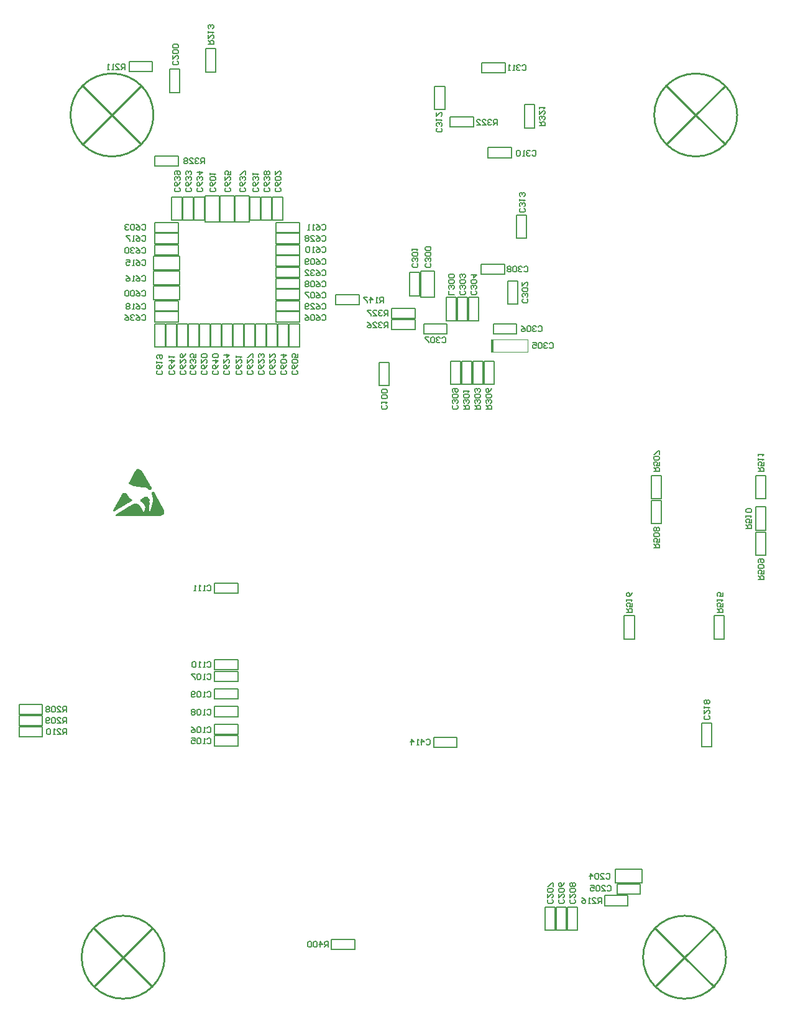
<source format=gbo>
%FSLAX42Y42*%
%MOMM*%
G71*
G01*
G75*
G04 Layer_Color=32896*
%ADD10C,1.00*%
%ADD11C,0.25*%
%ADD12R,1.00X1.10*%
%ADD13R,0.60X2.20*%
%ADD14R,1.10X1.00*%
%ADD15C,0.90*%
%ADD16R,2.00X1.80*%
%ADD17R,4.10X4.10*%
%ADD18R,1.55X1.30*%
%ADD19R,1.50X2.15*%
%ADD20R,2.30X2.30*%
%ADD21R,0.25X1.00*%
%ADD22R,1.00X0.25*%
%ADD23R,2.20X0.60*%
%ADD24R,0.30X1.75*%
%ADD25R,1.75X0.30*%
%ADD26R,6.20X6.20*%
%ADD27R,1.35X0.60*%
%ADD28R,1.35X1.00*%
%ADD29R,1.40X0.60*%
%ADD30R,1.50X0.60*%
%ADD31R,1.85X0.35*%
%ADD32R,0.35X1.55*%
%ADD33R,1.80X0.30*%
%ADD34R,0.30X1.80*%
%ADD35R,2.03X0.66*%
%ADD36R,2.75X1.00*%
%ADD37R,1.02X1.91*%
%ADD38R,2.45X2.40*%
%ADD39R,1.80X2.40*%
%ADD40R,1.70X0.50*%
%ADD41R,2.79X3.81*%
%ADD42R,4.60X1.80*%
%ADD43R,1.80X1.60*%
%ADD44R,2.55X2.45*%
%ADD45R,1.50X1.30*%
%ADD46R,1.80X3.20*%
%ADD47R,3.30X2.20*%
%ADD48R,0.65X2.20*%
%ADD49R,5.50X1.50*%
%ADD50R,1.80X2.00*%
%ADD51R,1.30X1.50*%
%ADD52R,0.70X0.90*%
%ADD53R,0.90X0.70*%
%ADD54R,1.00X1.40*%
%ADD55R,1.30X1.55*%
%ADD56R,0.60X1.40*%
%ADD57R,2.50X1.30*%
%ADD58R,1.00X1.70*%
%ADD59R,1.70X1.30*%
%ADD60R,1.20X0.80*%
%ADD61C,0.51*%
%ADD62C,0.64*%
%ADD63C,1.02*%
%ADD64C,2.50*%
%ADD65R,2.50X2.50*%
%ADD66C,3.30*%
%ADD67C,1.80*%
%ADD68R,1.80X1.80*%
%ADD69R,4.00X2.00*%
%ADD70R,2.00X4.00*%
%ADD71R,4.50X2.00*%
%ADD72C,3.50*%
%ADD73C,1.60*%
%ADD74C,1.90*%
%ADD75C,1.40*%
%ADD76C,2.40*%
%ADD77C,1.52*%
%ADD78C,0.60*%
%ADD79C,0.66*%
%ADD80C,4.00*%
%ADD81C,0.76*%
%ADD82C,2.52*%
%ADD83C,4.32*%
%ADD84C,2.12*%
%ADD85O,4.52X2.02*%
%ADD86C,2.02*%
%ADD87C,2.92*%
%ADD88C,2.42*%
%ADD89C,1.92*%
%ADD90C,1.32*%
%ADD91C,1.82*%
%ADD92C,3.52*%
%ADD93C,3.32*%
%ADD94O,4.02X2.02*%
%ADD95O,2.02X4.02*%
%ADD96C,2.73*%
%ADD97C,1.35*%
%ADD98R,1.80X1.25*%
%ADD99C,0.10*%
%ADD100C,0.25*%
%ADD101C,0.20*%
%ADD102C,0.60*%
%ADD103C,0.13*%
%ADD104C,0.03*%
%ADD105C,0.10*%
%ADD106C,0.55*%
%ADD107C,0.15*%
%ADD108R,1.42X0.36*%
%ADD109R,0.36X1.42*%
%ADD110R,2.51X8.92*%
%ADD111C,3.39*%
%ADD112R,1.20X1.30*%
%ADD113R,0.80X2.40*%
%ADD114R,1.30X1.20*%
%ADD115C,1.10*%
%ADD116R,2.20X2.00*%
%ADD117R,4.30X4.30*%
%ADD118R,1.75X1.50*%
%ADD119R,1.65X2.30*%
%ADD120R,2.50X2.50*%
%ADD121R,0.45X1.20*%
%ADD122R,1.20X0.45*%
%ADD123R,2.40X0.80*%
%ADD124R,0.50X1.95*%
%ADD125R,1.95X0.50*%
%ADD126R,6.40X6.40*%
%ADD127R,1.55X0.80*%
%ADD128R,1.55X1.20*%
%ADD129R,1.60X0.80*%
%ADD130R,1.70X0.80*%
%ADD131R,2.05X0.55*%
%ADD132R,0.55X1.75*%
%ADD133R,2.00X0.50*%
%ADD134R,0.50X2.00*%
%ADD135R,2.24X0.86*%
%ADD136R,2.95X1.20*%
%ADD137R,1.22X2.11*%
%ADD138R,2.65X2.60*%
%ADD139R,2.00X2.60*%
%ADD140R,1.90X0.70*%
%ADD141R,3.00X4.01*%
%ADD142R,4.80X2.00*%
%ADD143R,2.00X1.80*%
%ADD144R,2.75X2.65*%
%ADD145R,1.70X1.50*%
%ADD146R,2.00X3.40*%
%ADD147R,3.50X2.40*%
%ADD148R,0.85X2.40*%
%ADD149R,5.70X1.70*%
%ADD150R,2.00X2.20*%
%ADD151R,1.50X1.70*%
%ADD152R,0.90X1.10*%
%ADD153R,1.10X0.90*%
%ADD154R,1.20X1.60*%
%ADD155R,1.50X1.75*%
%ADD156R,0.80X1.60*%
%ADD157R,2.70X1.50*%
%ADD158R,1.20X1.90*%
%ADD159R,1.90X1.50*%
%ADD160R,1.40X1.00*%
%ADD161C,2.70*%
%ADD162R,2.70X2.70*%
%ADD163C,3.50*%
%ADD164C,2.00*%
%ADD165R,2.00X2.00*%
%ADD166R,4.20X2.20*%
%ADD167R,2.20X4.20*%
%ADD168R,4.70X2.20*%
%ADD169C,3.70*%
%ADD170C,1.80*%
%ADD171C,2.10*%
%ADD172C,1.60*%
%ADD173C,2.60*%
%ADD174C,1.73*%
%ADD175C,4.20*%
%ADD176R,2.00X1.45*%
%ADD177C,0.86*%
%ADD178R,0.35X1.80*%
D11*
X2241Y1679D02*
G03*
X2241Y1679I-565J0D01*
G01*
X9889D02*
G03*
X9889Y1679I-565J0D01*
G01*
X10041Y13148D02*
G03*
X10041Y13148I-565J0D01*
G01*
X2089D02*
G03*
X2089Y13148I-565J0D01*
G01*
X1276Y2076D02*
X1676Y1676D01*
X1276Y1276D02*
X1676Y1676D01*
X2076Y1276D01*
X1676Y1676D02*
X2076Y2076D01*
X8924D02*
X9324Y1676D01*
X8924Y1276D02*
X9324Y1676D01*
X9724Y1276D01*
X9324Y1676D02*
X9724Y2076D01*
X9076Y13546D02*
X9476Y13146D01*
X9076Y12746D02*
X9476Y13146D01*
X9876Y12746D01*
X9476Y13146D02*
X9876Y13546D01*
X1124D02*
X1524Y13146D01*
X1124Y12746D02*
X1524Y13146D01*
X1924Y12746D01*
X1524Y13146D02*
X1924Y13546D01*
D103*
X4573Y10564D02*
Y10702D01*
Y10564D02*
X4891D01*
X4573Y10702D02*
X4891D01*
Y10564D02*
Y10702D01*
X6591Y9480D02*
X6729D01*
Y9798D01*
X6591Y9480D02*
Y9798D01*
X6729D01*
X7036Y10165D02*
Y10303D01*
X6718D02*
X7036D01*
X6718Y10165D02*
X7036D01*
X6718D02*
Y10303D01*
X5772Y10165D02*
Y10303D01*
Y10165D02*
X6090D01*
X5772Y10303D02*
X6090D01*
Y10165D02*
Y10303D01*
X2110Y12453D02*
Y12591D01*
Y12453D02*
X2428D01*
X2110Y12591D02*
X2428D01*
Y12453D02*
Y12591D01*
X6870Y10980D02*
Y11118D01*
X6552D02*
X6870D01*
X6552Y10980D02*
X6870D01*
X6552D02*
Y11118D01*
X6966Y12567D02*
Y12706D01*
X6648D02*
X6966D01*
X6648Y12567D02*
X6966D01*
X6648D02*
Y12706D01*
X6134Y9798D02*
X6272D01*
X6134Y9480D02*
Y9798D01*
X6272Y9480D02*
Y9798D01*
X6134Y9480D02*
X6272D01*
X6286Y9480D02*
X6424D01*
Y9798D01*
X6286Y9480D02*
Y9798D01*
X6424D01*
X6438Y9480D02*
X6577D01*
Y9798D01*
X6438Y9480D02*
Y9798D01*
X6577D01*
X7144Y12970D02*
X7282D01*
Y13288D01*
X7144Y12970D02*
Y13288D01*
X7282D01*
X6448Y12987D02*
Y13125D01*
X6130D02*
X6448D01*
X6130Y12987D02*
X6448D01*
X6130D02*
Y13125D01*
X6563Y13723D02*
Y13861D01*
Y13723D02*
X6881D01*
X6563Y13861D02*
X6881D01*
Y13723D02*
Y13861D01*
X5921Y13540D02*
X6059D01*
X5921Y13222D02*
Y13540D01*
X6059Y13222D02*
Y13540D01*
X5921Y13222D02*
X6059D01*
X5162Y9461D02*
X5301D01*
Y9780D01*
X5162Y9461D02*
Y9780D01*
X5301D01*
X7035Y11469D02*
X7173D01*
Y11787D01*
X7035Y11469D02*
Y11787D01*
X7173D01*
X8383Y2693D02*
Y2881D01*
Y2693D02*
X8741D01*
X8383Y2881D02*
X8741D01*
Y2693D02*
Y2881D01*
X8721Y2540D02*
Y2678D01*
X8403D02*
X8721D01*
X8403Y2540D02*
X8721D01*
X8403D02*
Y2678D01*
X7576Y2046D02*
X7715D01*
Y2364D01*
X7576Y2046D02*
Y2364D01*
X7715D01*
X7424Y2046D02*
X7562D01*
Y2364D01*
X7424Y2046D02*
Y2364D01*
X7562D01*
X7729Y2046D02*
X7867D01*
Y2364D01*
X7729Y2046D02*
Y2364D01*
X7867D01*
X8551Y2382D02*
Y2520D01*
X8233D02*
X8551D01*
X8233Y2382D02*
X8551D01*
X8233D02*
Y2520D01*
X2309Y13774D02*
X2447D01*
X2309Y13456D02*
Y13774D01*
X2447Y13456D02*
Y13774D01*
X2309Y13456D02*
X2447D01*
X2448Y10635D02*
Y10823D01*
X2089D02*
X2448D01*
X2089Y10635D02*
X2448D01*
X2089D02*
Y10823D01*
X2263Y9986D02*
X2401D01*
Y10304D01*
X2263Y9986D02*
Y10304D01*
X2401D01*
X2873Y9986D02*
X3011D01*
Y10304D01*
X2873Y9986D02*
Y10304D01*
X3011D01*
X2339Y12031D02*
X2477D01*
X2339Y11713D02*
Y12031D01*
X2477Y11713D02*
Y12031D01*
X2339Y11713D02*
X2477D01*
X3558Y12031D02*
X3696D01*
X3558Y11713D02*
Y12031D01*
X3696Y11713D02*
Y12031D01*
X3558Y11713D02*
X3696D01*
X3203Y11693D02*
X3391D01*
Y12051D01*
X3203Y11693D02*
Y12051D01*
X3391D01*
X3025Y9986D02*
X3163D01*
Y10304D01*
X3025Y9986D02*
Y10304D01*
X3163D01*
X3482Y9986D02*
X3620D01*
Y10304D01*
X3482Y9986D02*
Y10304D01*
X3620D01*
X3635Y9986D02*
X3773D01*
Y10304D01*
X3635Y9986D02*
Y10304D01*
X3773D01*
X3177Y9986D02*
X3315D01*
Y10304D01*
X3177Y9986D02*
Y10304D01*
X3315D01*
X2720Y9986D02*
X2858D01*
Y10304D01*
X2720Y9986D02*
Y10304D01*
X2858D01*
X2111Y9986D02*
X2249D01*
Y10304D01*
X2111Y9986D02*
Y10304D01*
X2249D01*
X2109Y10482D02*
Y10620D01*
Y10482D02*
X2428D01*
X2109Y10620D02*
X2428D01*
Y10482D02*
Y10620D01*
X2109Y11396D02*
Y11535D01*
Y11396D02*
X2428D01*
X2109Y11535D02*
X2428D01*
Y11396D02*
Y11535D01*
X2448Y10838D02*
Y11026D01*
X2089D02*
X2448D01*
X2089Y10838D02*
X2448D01*
X2089D02*
Y11026D01*
X2448Y11041D02*
Y11229D01*
X2089D02*
X2448D01*
X2089Y11041D02*
X2448D01*
X2089D02*
Y11229D01*
X4079Y11549D02*
Y11687D01*
X3760D02*
X4079D01*
X3760Y11549D02*
X4079D01*
X3760D02*
Y11687D01*
X4079Y11244D02*
Y11382D01*
X3760D02*
X4079D01*
X3760Y11244D02*
X4079D01*
X3760D02*
Y11382D01*
X4079Y11092D02*
Y11230D01*
X3760D02*
X4079D01*
X3760Y11092D02*
X4079D01*
X3760D02*
Y11230D01*
X4079Y10787D02*
Y10925D01*
X3760D02*
X4079D01*
X3760Y10787D02*
X4079D01*
X3760D02*
Y10925D01*
X4079Y10634D02*
Y10773D01*
X3760D02*
X4079D01*
X3760Y10634D02*
X4079D01*
X3760D02*
Y10773D01*
X4079Y10330D02*
Y10468D01*
X3760D02*
X4079D01*
X3760Y10330D02*
X4079D01*
X3760D02*
Y10468D01*
X3939Y9986D02*
X4077D01*
Y10304D01*
X3939Y9986D02*
Y10304D01*
X4077D01*
X3787Y9986D02*
X3925D01*
Y10304D01*
X3787Y9986D02*
Y10304D01*
X3925D01*
X2109Y11549D02*
Y11687D01*
Y11549D02*
X2428D01*
X2109Y11687D02*
X2428D01*
Y11549D02*
Y11687D01*
X3711Y12031D02*
X3849D01*
X3711Y11713D02*
Y12031D01*
X3849Y11713D02*
Y12031D01*
X3711Y11713D02*
X3849D01*
X2797Y11693D02*
X2985D01*
Y12051D01*
X2797Y11693D02*
Y12051D01*
X2985D01*
X2109Y10330D02*
Y10468D01*
Y10330D02*
X2428D01*
X2109Y10468D02*
X2428D01*
Y10330D02*
Y10468D01*
X2568Y9986D02*
X2706D01*
Y10304D01*
X2568Y9986D02*
Y10304D01*
X2706D01*
X2644Y12031D02*
X2782D01*
X2644Y11713D02*
Y12031D01*
X2782Y11713D02*
Y12031D01*
X2644Y11713D02*
X2782D01*
X2492Y12031D02*
X2630D01*
X2492Y11713D02*
Y12031D01*
X2630Y11713D02*
Y12031D01*
X2492Y11713D02*
X2630D01*
X4079Y10939D02*
Y11077D01*
X3760D02*
X4079D01*
X3760Y10939D02*
X4079D01*
X3760D02*
Y11077D01*
X3406Y12031D02*
X3544D01*
X3406Y11713D02*
Y12031D01*
X3544Y11713D02*
Y12031D01*
X3406Y11713D02*
X3544D01*
X2109Y11244D02*
Y11382D01*
Y11244D02*
X2428D01*
X2109Y11382D02*
X2428D01*
Y11244D02*
Y11382D01*
X4079Y10482D02*
Y10620D01*
X3760D02*
X4079D01*
X3760Y10482D02*
X4079D01*
X3760D02*
Y10620D01*
X4079Y11396D02*
Y11535D01*
X3760D02*
X4079D01*
X3760Y11396D02*
X4079D01*
X3760D02*
Y11535D01*
X3330Y9986D02*
X3468D01*
Y10304D01*
X3330Y9986D02*
Y10304D01*
X3468D01*
X2415Y9986D02*
X2553D01*
Y10304D01*
X2415Y9986D02*
Y10304D01*
X2553D01*
X3000Y11693D02*
X3188D01*
Y12051D01*
X3000Y11693D02*
Y12051D01*
X3188D01*
X3243Y6636D02*
Y6774D01*
X2924D02*
X3243D01*
X2924Y6636D02*
X3243D01*
X2924D02*
Y6774D01*
X3243Y5596D02*
Y5734D01*
X2924D02*
X3243D01*
X2924Y5596D02*
X3243D01*
X2924D02*
Y5734D01*
X3243Y5196D02*
Y5334D01*
X2924D02*
X3243D01*
X2924Y5196D02*
X3243D01*
X2924D02*
Y5334D01*
Y4956D02*
Y5094D01*
Y4956D02*
X3243D01*
X2924Y5094D02*
X3243D01*
Y4956D02*
Y5094D01*
X2924Y5436D02*
Y5574D01*
Y5436D02*
X3243D01*
X2924Y5574D02*
X3243D01*
Y5436D02*
Y5574D01*
Y4716D02*
Y4854D01*
X2924D02*
X3243D01*
X2924Y4716D02*
X3243D01*
X2924D02*
Y4854D01*
X3243Y4556D02*
Y4694D01*
X2924D02*
X3243D01*
X2924Y4556D02*
X3243D01*
X2924D02*
Y4694D01*
X6228Y10349D02*
X6366D01*
Y10667D01*
X6228Y10349D02*
Y10667D01*
X6366D01*
X6380Y10349D02*
X6518D01*
Y10667D01*
X6380Y10349D02*
Y10667D01*
X6518D01*
X5732Y10664D02*
X5920D01*
Y11022D01*
X5732Y10664D02*
Y11022D01*
X5920D01*
X5578Y11002D02*
X5716D01*
X5578Y10684D02*
Y11002D01*
X5716Y10684D02*
Y11002D01*
X5578Y10684D02*
X5716D01*
X6916Y10572D02*
X7054D01*
Y10891D01*
X6916Y10572D02*
Y10891D01*
X7054D01*
X6075Y10667D02*
X6213D01*
X6075Y10349D02*
Y10667D01*
X6213Y10349D02*
Y10667D01*
X6075Y10349D02*
X6213D01*
X6225Y4538D02*
Y4676D01*
X5907D02*
X6225D01*
X5907Y4538D02*
X6225D01*
X5907D02*
Y4676D01*
X4515Y1785D02*
Y1923D01*
Y1785D02*
X4833D01*
X4515Y1923D02*
X4833D01*
Y1785D02*
Y1923D01*
X9558Y4864D02*
X9696D01*
X9558Y4546D02*
Y4864D01*
X9696Y4546D02*
Y4864D01*
X9558Y4546D02*
X9696D01*
X1759Y13737D02*
Y13875D01*
Y13737D02*
X2077D01*
X1759Y13875D02*
X2077D01*
Y13737D02*
Y13875D01*
X2800Y14053D02*
X2939D01*
X2800Y13735D02*
Y14053D01*
X2939Y13735D02*
Y14053D01*
X2800Y13735D02*
X2939D01*
X10294Y8240D02*
X10432D01*
X10294Y7922D02*
Y8240D01*
X10432Y7922D02*
Y8240D01*
X10294Y7922D02*
X10432D01*
X578Y4986D02*
Y5124D01*
X260D02*
X578D01*
X260Y4986D02*
X578D01*
X260D02*
Y5124D01*
X578Y4833D02*
Y4971D01*
X260D02*
X578D01*
X260Y4833D02*
X578D01*
X260D02*
Y4971D01*
X578Y4681D02*
Y4819D01*
X260D02*
X578D01*
X260Y4681D02*
X578D01*
X260D02*
Y4819D01*
X5337Y10225D02*
Y10364D01*
Y10225D02*
X5656D01*
X5337Y10364D02*
X5656D01*
Y10225D02*
Y10364D01*
X5337Y10378D02*
Y10516D01*
Y10378D02*
X5656D01*
X5337Y10516D02*
X5656D01*
Y10378D02*
Y10516D01*
X8872Y8240D02*
X9010D01*
X8872Y7922D02*
Y8240D01*
X9010Y7922D02*
Y8240D01*
X8872Y7922D02*
X9010D01*
X10294Y7810D02*
X10432D01*
X10294Y7492D02*
Y7810D01*
X10432Y7492D02*
Y7810D01*
X10294Y7492D02*
X10432D01*
X8872Y7582D02*
X9010D01*
Y7900D01*
X8872Y7582D02*
Y7900D01*
X9010D01*
X10294Y7152D02*
X10432D01*
Y7470D01*
X10294Y7152D02*
Y7470D01*
X10432D01*
X8503Y6332D02*
X8642D01*
X8503Y6014D02*
Y6332D01*
X8642Y6014D02*
Y6332D01*
X8503Y6014D02*
X8642D01*
X9723Y6330D02*
X9861D01*
X9723Y6012D02*
Y6330D01*
X9861Y6012D02*
Y6330D01*
X9723Y6012D02*
X9861D01*
D104*
X1775Y8176D02*
X1996D01*
X1575Y7699D02*
X2182D01*
X1575Y7701D02*
X2187D01*
X1575Y7704D02*
X2195D01*
X1577Y7706D02*
X2202D01*
X1580Y7709D02*
X2207D01*
X1582Y7711D02*
X2210D01*
X1585Y7714D02*
X2217D01*
X1593Y7717D02*
X2220D01*
X1595Y7719D02*
X2223D01*
X1598Y7722D02*
X2223D01*
X1603Y7724D02*
X2225D01*
X1608Y7727D02*
X2225D01*
X1610Y7729D02*
X2228D01*
X1615Y7732D02*
X2228D01*
X1618Y7734D02*
X2228D01*
X1626Y7737D02*
X2228D01*
X1628Y7739D02*
X2228D01*
X1631Y7742D02*
X2228D01*
X1636Y7744D02*
X2228D01*
X1641Y7747D02*
X2228D01*
X1953Y7750D02*
X2228D01*
X1643D02*
X1943D01*
X1961Y7752D02*
X2228D01*
X1648D02*
X1941D01*
X2042Y7755D02*
X2228D01*
X1963D02*
X2027D01*
X1654D02*
X1938D01*
X2045Y7757D02*
X2228D01*
X1966D02*
X2027D01*
X1656D02*
X1935D01*
X1544D02*
X1547D01*
X2047Y7760D02*
X2228D01*
X1966D02*
X2024D01*
X1661D02*
X1935D01*
X1539D02*
X1554D01*
X2047Y7762D02*
X2228D01*
X1968D02*
X2024D01*
X1664D02*
X1933D01*
X1539D02*
X1557D01*
X2047Y7765D02*
X2225D01*
X1968D02*
X2024D01*
X1669D02*
X1933D01*
X1539D02*
X1560D01*
X2047Y7767D02*
X2225D01*
X1968D02*
X2024D01*
X1671D02*
X1930D01*
X1539D02*
X1565D01*
X2050Y7770D02*
X2223D01*
X1971D02*
X2022D01*
X1676D02*
X1928D01*
X1542D02*
X1570D01*
X2050Y7772D02*
X2223D01*
X1971D02*
X2022D01*
X1681D02*
X1928D01*
X1544D02*
X1572D01*
X2050Y7775D02*
X2223D01*
X1971D02*
X2022D01*
X1687D02*
X1925D01*
X1547D02*
X1577D01*
X2050Y7777D02*
X2220D01*
X1974D02*
X2022D01*
X1689D02*
X1925D01*
X1547D02*
X1582D01*
X2052Y7780D02*
X2217D01*
X1974D02*
X2022D01*
X1692D02*
X1923D01*
X1547D02*
X1585D01*
X2052Y7783D02*
X2217D01*
X1974D02*
X2022D01*
X1699D02*
X1923D01*
X1549D02*
X1590D01*
X2055Y7785D02*
X2215D01*
X1974D02*
X2022D01*
X1702D02*
X1923D01*
X1549D02*
X1595D01*
X2055Y7788D02*
X2215D01*
X1974D02*
X2022D01*
X1707D02*
X1920D01*
X1552D02*
X1600D01*
X2055Y7790D02*
X2212D01*
X1974D02*
X2022D01*
X1712D02*
X1920D01*
X1554D02*
X1603D01*
X2057Y7793D02*
X2212D01*
X1974D02*
X2022D01*
X1715D02*
X1918D01*
X1554D02*
X1608D01*
X2057Y7795D02*
X2210D01*
X1976D02*
X2022D01*
X1717D02*
X1918D01*
X1557D02*
X1610D01*
X2057Y7798D02*
X2207D01*
X1976D02*
X2019D01*
X1722D02*
X1915D01*
X1557D02*
X1615D01*
X2057Y7800D02*
X2207D01*
X1976D02*
X2019D01*
X1727D02*
X1915D01*
X1560D02*
X1618D01*
X2060Y7803D02*
X2205D01*
X1976D02*
X2019D01*
X1730D02*
X1913D01*
X1560D02*
X1626D01*
X2060Y7805D02*
X2205D01*
X1976D02*
X2019D01*
X1735D02*
X1910D01*
X1562D02*
X1628D01*
X2060Y7808D02*
X2205D01*
X1976D02*
X2019D01*
X1740D02*
X1910D01*
X1565D02*
X1633D01*
X2062Y7811D02*
X2202D01*
X1976D02*
X2019D01*
X1742D02*
X1908D01*
X1565D02*
X1636D01*
X2062Y7813D02*
X2200D01*
X1976D02*
X2019D01*
X1745D02*
X1908D01*
X1567D02*
X1641D01*
X2062Y7816D02*
X2197D01*
X1976D02*
X2022D01*
X1753D02*
X1905D01*
X1567D02*
X1646D01*
X2065Y7818D02*
X2197D01*
X1976D02*
X2022D01*
X1755D02*
X1905D01*
X1570D02*
X1648D01*
X2065Y7821D02*
X2195D01*
X1976D02*
X2022D01*
X1758D02*
X1902D01*
X1570D02*
X1654D01*
X2065Y7823D02*
X2195D01*
X1976D02*
X2022D01*
X1763D02*
X1900D01*
X1572D02*
X1659D01*
X2065Y7826D02*
X2195D01*
X1974D02*
X2022D01*
X1768D02*
X1897D01*
X1575D02*
X1661D01*
X2065Y7828D02*
X2192D01*
X1974D02*
X2024D01*
X1773D02*
X1895D01*
X1575D02*
X1666D01*
X2068Y7831D02*
X2189D01*
X1974D02*
X2024D01*
X1775D02*
X1892D01*
X1575D02*
X1671D01*
X2068Y7833D02*
X2189D01*
X1971D02*
X2024D01*
X1781D02*
X1890D01*
X1577D02*
X1674D01*
X2068Y7836D02*
X2187D01*
X1971D02*
X2024D01*
X1783D02*
X1887D01*
X1577D02*
X1676D01*
X2068Y7838D02*
X2187D01*
X1968D02*
X2024D01*
X1788D02*
X1885D01*
X1580D02*
X1681D01*
X2070Y7841D02*
X2184D01*
X1966D02*
X2024D01*
X1791D02*
X1882D01*
X1582D02*
X1689D01*
X2070Y7844D02*
X2184D01*
X1966D02*
X2024D01*
X1798D02*
X1880D01*
X1582D02*
X1692D01*
X2073Y7846D02*
X2182D01*
X1963D02*
X2024D01*
X1803D02*
X1875D01*
X1585D02*
X1697D01*
X2073Y7849D02*
X2179D01*
X1963D02*
X2027D01*
X1806D02*
X1872D01*
X1585D02*
X1699D01*
X2073Y7851D02*
X2179D01*
X1961D02*
X2027D01*
X1811D02*
X1869D01*
X1588D02*
X1704D01*
X2073Y7854D02*
X2177D01*
X1958D02*
X2027D01*
X1819D02*
X1862D01*
X1590D02*
X1707D01*
X2075Y7856D02*
X2177D01*
X1956D02*
X2027D01*
X1821D02*
X1859D01*
X1590D02*
X1712D01*
X2075Y7859D02*
X2174D01*
X1953D02*
X2027D01*
X1826D02*
X1854D01*
X1593D02*
X1717D01*
X2075Y7861D02*
X2174D01*
X1951D02*
X2027D01*
X1593D02*
X1722D01*
X2075Y7864D02*
X2172D01*
X1948D02*
X2027D01*
X1595D02*
X1725D01*
X2075Y7866D02*
X2169D01*
X1948D02*
X2027D01*
X1595D02*
X1730D01*
X2075Y7869D02*
X2169D01*
X1946D02*
X2027D01*
X1598D02*
X1735D01*
X2078Y7871D02*
X2169D01*
X1943D02*
X2027D01*
X1600D02*
X1737D01*
X2078Y7874D02*
X2167D01*
X1941D02*
X2027D01*
X1600D02*
X1742D01*
X2078Y7877D02*
X2167D01*
X1935D02*
X2024D01*
X1603D02*
X1748D01*
X2080Y7879D02*
X2164D01*
X1933D02*
X2024D01*
X1603D02*
X1753D01*
X2080Y7882D02*
X2162D01*
X1930D02*
X2024D01*
X1603D02*
X1755D01*
X2080Y7884D02*
X2162D01*
X1928D02*
X2024D01*
X1605D02*
X1760D01*
X2080Y7887D02*
X2159D01*
X1925D02*
X2024D01*
X1608D02*
X1763D01*
X2083Y7889D02*
X2159D01*
X1923D02*
X2024D01*
X1610D02*
X1765D01*
X2083Y7892D02*
X2156D01*
X1920D02*
X2024D01*
X1610D02*
X1770D01*
X2083Y7894D02*
X2156D01*
X1915D02*
X2024D01*
X1610D02*
X1775D01*
X2083Y7897D02*
X2154D01*
X1913D02*
X2024D01*
X1613D02*
X1781D01*
X2083Y7899D02*
X2151D01*
X1910D02*
X2024D01*
X1613D02*
X1783D01*
X2085Y7902D02*
X2151D01*
X1910D02*
X2027D01*
X1615D02*
X1786D01*
X2085Y7904D02*
X2149D01*
X1910D02*
X2027D01*
X1618D02*
X1788D01*
X2085Y7907D02*
X2149D01*
X1910D02*
X2029D01*
X1618D02*
X1791D01*
X2085Y7910D02*
X2149D01*
X1910D02*
X2029D01*
X1621D02*
X1791D01*
X2085Y7912D02*
X2146D01*
X1913D02*
X2027D01*
X1621D02*
X1788D01*
X2085Y7915D02*
X2144D01*
X1918D02*
X2027D01*
X1623D02*
X1786D01*
X2085Y7917D02*
X2141D01*
X1923D02*
X2027D01*
X1623D02*
X1781D01*
X2083Y7920D02*
X2141D01*
X1925D02*
X2024D01*
X1626D02*
X1778D01*
X2083Y7922D02*
X2141D01*
X1930D02*
X2024D01*
X1628D02*
X1775D01*
X2083Y7925D02*
X2139D01*
X1935D02*
X2022D01*
X1628D02*
X1770D01*
X2083Y7927D02*
X2139D01*
X1938D02*
X2019D01*
X1631D02*
X1765D01*
X2080Y7930D02*
X2136D01*
X1941D02*
X2017D01*
X1631D02*
X1763D01*
X2080Y7932D02*
X2134D01*
X1946D02*
X2014D01*
X1631D02*
X1760D01*
X2080Y7935D02*
X2134D01*
X1953D02*
X2012D01*
X1633D02*
X1755D01*
X2078Y7938D02*
X2131D01*
X1956D02*
X2009D01*
X1636D02*
X1753D01*
X2078Y7940D02*
X2131D01*
X1958D02*
X2007D01*
X1636D02*
X1750D01*
X2078Y7943D02*
X2129D01*
X1963D02*
X2007D01*
X1638D02*
X1750D01*
X2078Y7945D02*
X2126D01*
X1966D02*
X2004D01*
X1638D02*
X1745D01*
X2078Y7948D02*
X2126D01*
X1971D02*
X2002D01*
X1641D02*
X1745D01*
X2078Y7950D02*
X2123D01*
X1974D02*
X1999D01*
X1641D02*
X1742D01*
X2075Y7953D02*
X2123D01*
X1979D02*
X1996D01*
X1643D02*
X1740D01*
X2075Y7955D02*
X2121D01*
X1646D02*
X1740D01*
X2075Y7958D02*
X2121D01*
X1646D02*
X1737D01*
X2075Y7960D02*
X2118D01*
X1648D02*
X1735D01*
X2075Y7963D02*
X2116D01*
X1648D02*
X1735D01*
X2075Y7965D02*
X2116D01*
X1651D02*
X1732D01*
X2073Y7968D02*
X2116D01*
X1651D02*
X1732D01*
X2073Y7971D02*
X2113D01*
X1654D02*
X1730D01*
X2073Y7973D02*
X2113D01*
X1656D02*
X1727D01*
X2070Y7976D02*
X2111D01*
X1656D02*
X1727D01*
X2070Y7978D02*
X2108D01*
X1656D02*
X1725D01*
X2070Y7981D02*
X2108D01*
X1659D02*
X1725D01*
X2068Y7983D02*
X2106D01*
X1661D02*
X1722D01*
X2068Y7986D02*
X2106D01*
X1661D02*
X1720D01*
X2068Y7988D02*
X2103D01*
X1664D02*
X1717D01*
X2068Y7991D02*
X2103D01*
X1664D02*
X1715D01*
X2065Y7993D02*
X2101D01*
X1666D02*
X1715D01*
X2065Y7996D02*
X2098D01*
X1666D02*
X1712D01*
X2065Y7998D02*
X2098D01*
X1669D02*
X1709D01*
X2065Y8001D02*
X2095D01*
X1671D02*
X1707D01*
X2065Y8004D02*
X2095D01*
X1676D02*
X1699D01*
X2065Y8006D02*
X2095D01*
X2068Y8009D02*
X2093D01*
X2068Y8011D02*
X2090D01*
X2070Y8014D02*
X2088D01*
X2073Y8016D02*
X2085D01*
X2027Y8049D02*
X2035D01*
X2022Y8052D02*
X2042D01*
X2019Y8054D02*
X2047D01*
X2017Y8057D02*
X2055D01*
X2014Y8059D02*
X2060D01*
X2012Y8062D02*
X2060D01*
X2009Y8064D02*
X2060D01*
X2007Y8067D02*
X2060D01*
X2004Y8070D02*
X2060D01*
X2002Y8072D02*
X2057D01*
X1999Y8075D02*
X2055D01*
X1994Y8077D02*
X2055D01*
X1991Y8080D02*
X2052D01*
X1989Y8082D02*
X2052D01*
X1930Y8085D02*
X2050D01*
X1910Y8087D02*
X2047D01*
X1897Y8090D02*
X2047D01*
X1877Y8092D02*
X2045D01*
X1854Y8095D02*
X2045D01*
X1844Y8098D02*
X2042D01*
X1836Y8100D02*
X2042D01*
X1821Y8103D02*
X2040D01*
X1814Y8105D02*
X2037D01*
X1808Y8108D02*
X2035D01*
X1801Y8110D02*
X2035D01*
X1791Y8113D02*
X2035D01*
X1786Y8115D02*
X2032D01*
X1781Y8118D02*
X2029D01*
X1773Y8120D02*
X2029D01*
X1770Y8123D02*
X2027D01*
X1765Y8125D02*
X2027D01*
X1763Y8128D02*
X2024D01*
X1758Y8131D02*
X2024D01*
X1755Y8133D02*
X2022D01*
X1755Y8136D02*
X2019D01*
X1755Y8138D02*
X2019D01*
X1755Y8141D02*
X2017D01*
X1758Y8143D02*
X2017D01*
X1758Y8146D02*
X2014D01*
X1760Y8148D02*
X2012D01*
X1763Y8151D02*
X2012D01*
X1763Y8153D02*
X2009D01*
X1765Y8156D02*
X2009D01*
X1765Y8158D02*
X2007D01*
X1768Y8161D02*
X2007D01*
X1768Y8164D02*
X2004D01*
X1770Y8166D02*
X2002D01*
X1770Y8169D02*
X2002D01*
X1773Y8171D02*
X1999D01*
X1773Y8174D02*
X1996D01*
X1775Y8179D02*
X1996D01*
X1778Y8181D02*
X1994D01*
X1778Y8184D02*
X1991D01*
X1781Y8186D02*
X1991D01*
X1781Y8189D02*
X1989D01*
X1783Y8192D02*
X1989D01*
X1783Y8194D02*
X1986D01*
X1786Y8197D02*
X1984D01*
X1788Y8199D02*
X1984D01*
X1788Y8202D02*
X1981D01*
X1788Y8204D02*
X1981D01*
X1791Y8207D02*
X1979D01*
X1791Y8209D02*
X1979D01*
X1793Y8212D02*
X1976D01*
X1793Y8214D02*
X1974D01*
X1796Y8217D02*
X1974D01*
X1798Y8219D02*
X1971D01*
X1798Y8222D02*
X1971D01*
X1801Y8225D02*
X1968D01*
X1801Y8227D02*
X1966D01*
X1803Y8230D02*
X1966D01*
X1803Y8232D02*
X1963D01*
X1806Y8235D02*
X1963D01*
X1806Y8237D02*
X1961D01*
X1808Y8240D02*
X1961D01*
X1808Y8242D02*
X1958D01*
X1811Y8245D02*
X1956D01*
X1811Y8247D02*
X1956D01*
X1814Y8250D02*
X1953D01*
X1814Y8252D02*
X1953D01*
X1816Y8255D02*
X1951D01*
X1816Y8258D02*
X1951D01*
X1819Y8260D02*
X1948D01*
X1819Y8263D02*
X1946D01*
X1821Y8265D02*
X1946D01*
X1821Y8268D02*
X1943D01*
X1824Y8270D02*
X1943D01*
X1824Y8273D02*
X1941D01*
X1826Y8275D02*
X1938D01*
X1826Y8278D02*
X1938D01*
X1829Y8280D02*
X1935D01*
X1829Y8283D02*
X1935D01*
X1831Y8285D02*
X1933D01*
X1834Y8288D02*
X1933D01*
X1834Y8291D02*
X1930D01*
X1836Y8293D02*
X1928D01*
X1836Y8296D02*
X1928D01*
X1839Y8298D02*
X1925D01*
X1842Y8301D02*
X1923D01*
X1844Y8303D02*
X1923D01*
X1844Y8306D02*
X1918D01*
X1847Y8308D02*
X1915D01*
X1849Y8311D02*
X1913D01*
X1852Y8313D02*
X1908D01*
X1854Y8316D02*
X1902D01*
X1857Y8318D02*
X1897D01*
X1859Y8321D02*
X1892D01*
X1862Y8324D02*
X1887D01*
X1867Y8326D02*
X1880D01*
D105*
X6688Y9921D02*
Y10094D01*
X7188Y9921D02*
Y10094D01*
X6688Y9921D02*
X7188D01*
X6688Y10094D02*
X7188D01*
D107*
X5283Y10414D02*
Y10490D01*
X5245D01*
X5232Y10477D01*
Y10452D01*
X5245Y10439D01*
X5283D01*
X5258D02*
X5232Y10414D01*
X5207Y10477D02*
X5194Y10490D01*
X5169D01*
X5156Y10477D01*
Y10465D01*
X5169Y10452D01*
X5182D01*
X5169D01*
X5156Y10439D01*
Y10427D01*
X5169Y10414D01*
X5194D01*
X5207Y10427D01*
X5080Y10414D02*
X5131D01*
X5080Y10465D01*
Y10477D01*
X5093Y10490D01*
X5118D01*
X5131Y10477D01*
X5055Y10490D02*
X5004D01*
Y10477D01*
X5055Y10427D01*
Y10414D01*
X5283Y10249D02*
Y10325D01*
X5245D01*
X5232Y10312D01*
Y10287D01*
X5245Y10274D01*
X5283D01*
X5258D02*
X5232Y10249D01*
X5207Y10312D02*
X5194Y10325D01*
X5169D01*
X5156Y10312D01*
Y10300D01*
X5169Y10287D01*
X5182D01*
X5169D01*
X5156Y10274D01*
Y10262D01*
X5169Y10249D01*
X5194D01*
X5207Y10262D01*
X5080Y10249D02*
X5131D01*
X5080Y10300D01*
Y10312D01*
X5093Y10325D01*
X5118D01*
X5131Y10312D01*
X5004Y10325D02*
X5029Y10312D01*
X5055Y10287D01*
Y10262D01*
X5042Y10249D01*
X5017D01*
X5004Y10262D01*
Y10274D01*
X5017Y10287D01*
X5055D01*
X7328Y10262D02*
X7341Y10274D01*
X7366D01*
X7379Y10262D01*
Y10211D01*
X7366Y10198D01*
X7341D01*
X7328Y10211D01*
X7303Y10262D02*
X7290Y10274D01*
X7264D01*
X7252Y10262D01*
Y10249D01*
X7264Y10236D01*
X7277D01*
X7264D01*
X7252Y10223D01*
Y10211D01*
X7264Y10198D01*
X7290D01*
X7303Y10211D01*
X7226Y10262D02*
X7214Y10274D01*
X7188D01*
X7176Y10262D01*
Y10211D01*
X7188Y10198D01*
X7214D01*
X7226Y10211D01*
Y10262D01*
X7099Y10274D02*
X7125Y10262D01*
X7150Y10236D01*
Y10211D01*
X7137Y10198D01*
X7112D01*
X7099Y10211D01*
Y10223D01*
X7112Y10236D01*
X7150D01*
X7480Y10033D02*
X7493Y10046D01*
X7518D01*
X7531Y10033D01*
Y9982D01*
X7518Y9969D01*
X7493D01*
X7480Y9982D01*
X7455Y10033D02*
X7442Y10046D01*
X7417D01*
X7404Y10033D01*
Y10020D01*
X7417Y10008D01*
X7430D01*
X7417D01*
X7404Y9995D01*
Y9982D01*
X7417Y9969D01*
X7442D01*
X7455Y9982D01*
X7379Y10033D02*
X7366Y10046D01*
X7341D01*
X7328Y10033D01*
Y9982D01*
X7341Y9969D01*
X7366D01*
X7379Y9982D01*
Y10033D01*
X7252Y10046D02*
X7303D01*
Y10008D01*
X7277Y10020D01*
X7264D01*
X7252Y10008D01*
Y9982D01*
X7264Y9969D01*
X7290D01*
X7303Y9982D01*
X5220Y10592D02*
Y10668D01*
X5182D01*
X5169Y10655D01*
Y10630D01*
X5182Y10617D01*
X5220D01*
X5194D02*
X5169Y10592D01*
X5144D02*
X5118D01*
X5131D01*
Y10668D01*
X5144Y10655D01*
X5042Y10592D02*
Y10668D01*
X5080Y10630D01*
X5029D01*
X5004Y10668D02*
X4953D01*
Y10655D01*
X5004Y10604D01*
Y10592D01*
X903Y4713D02*
Y4789D01*
X865D01*
X853Y4776D01*
Y4751D01*
X865Y4738D01*
X903D01*
X878D02*
X853Y4713D01*
X777D02*
X827D01*
X777Y4764D01*
Y4776D01*
X789Y4789D01*
X815D01*
X827Y4776D01*
X751Y4713D02*
X726D01*
X738D01*
Y4789D01*
X751Y4776D01*
X688D02*
X675Y4789D01*
X650D01*
X637Y4776D01*
Y4726D01*
X650Y4713D01*
X675D01*
X688Y4726D01*
Y4776D01*
X903Y4865D02*
Y4942D01*
X865D01*
X853Y4929D01*
Y4903D01*
X865Y4891D01*
X903D01*
X878D02*
X853Y4865D01*
X777D02*
X827D01*
X777Y4916D01*
Y4929D01*
X789Y4942D01*
X815D01*
X827Y4929D01*
X751D02*
X738Y4942D01*
X713D01*
X700Y4929D01*
Y4878D01*
X713Y4865D01*
X738D01*
X751Y4878D01*
Y4929D01*
X675Y4878D02*
X662Y4865D01*
X637D01*
X624Y4878D01*
Y4929D01*
X637Y4942D01*
X662D01*
X675Y4929D01*
Y4916D01*
X662Y4903D01*
X624D01*
X903Y5018D02*
Y5094D01*
X865D01*
X853Y5081D01*
Y5056D01*
X865Y5043D01*
X903D01*
X878D02*
X853Y5018D01*
X777D02*
X827D01*
X777Y5069D01*
Y5081D01*
X789Y5094D01*
X815D01*
X827Y5081D01*
X751D02*
X738Y5094D01*
X713D01*
X700Y5081D01*
Y5030D01*
X713Y5018D01*
X738D01*
X751Y5030D01*
Y5081D01*
X675D02*
X662Y5094D01*
X637D01*
X624Y5081D01*
Y5069D01*
X637Y5056D01*
X624Y5043D01*
Y5030D01*
X637Y5018D01*
X662D01*
X675Y5030D01*
Y5043D01*
X662Y5056D01*
X675Y5069D01*
Y5081D01*
X662Y5056D02*
X637D01*
X2834Y14111D02*
X2910D01*
Y14149D01*
X2897Y14162D01*
X2872D01*
X2859Y14149D01*
Y14111D01*
Y14136D02*
X2834Y14162D01*
Y14238D02*
Y14187D01*
X2885Y14238D01*
X2897D01*
X2910Y14225D01*
Y14200D01*
X2897Y14187D01*
X2834Y14263D02*
Y14289D01*
Y14276D01*
X2910D01*
X2897Y14263D01*
Y14327D02*
X2910Y14340D01*
Y14365D01*
X2897Y14378D01*
X2885D01*
X2872Y14365D01*
Y14352D01*
Y14365D01*
X2859Y14378D01*
X2847D01*
X2834Y14365D01*
Y14340D01*
X2847Y14327D01*
X1704Y13768D02*
Y13844D01*
X1666D01*
X1653Y13832D01*
Y13806D01*
X1666Y13793D01*
X1704D01*
X1678D02*
X1653Y13768D01*
X1577D02*
X1627D01*
X1577Y13819D01*
Y13832D01*
X1589Y13844D01*
X1615D01*
X1627Y13832D01*
X1551Y13768D02*
X1526D01*
X1539D01*
Y13844D01*
X1551Y13832D01*
X1488Y13768D02*
X1462D01*
X1475D01*
Y13844D01*
X1488Y13832D01*
X6186Y10704D02*
X6110D01*
Y10755D01*
X6173Y10780D02*
X6186Y10793D01*
Y10819D01*
X6173Y10831D01*
X6161D01*
X6148Y10819D01*
Y10806D01*
Y10819D01*
X6135Y10831D01*
X6123D01*
X6110Y10819D01*
Y10793D01*
X6123Y10780D01*
X6173Y10857D02*
X6186Y10869D01*
Y10895D01*
X6173Y10907D01*
X6123D01*
X6110Y10895D01*
Y10869D01*
X6123Y10857D01*
X6173D01*
Y10933D02*
X6186Y10946D01*
Y10971D01*
X6173Y10984D01*
X6123D01*
X6110Y10971D01*
Y10946D01*
X6123Y10933D01*
X6173D01*
X6478Y10755D02*
X6491Y10742D01*
Y10717D01*
X6478Y10704D01*
X6427D01*
X6415Y10717D01*
Y10742D01*
X6427Y10755D01*
X6478Y10780D02*
X6491Y10793D01*
Y10819D01*
X6478Y10831D01*
X6466D01*
X6453Y10819D01*
Y10806D01*
Y10819D01*
X6440Y10831D01*
X6427D01*
X6415Y10819D01*
Y10793D01*
X6427Y10780D01*
X6478Y10857D02*
X6491Y10869D01*
Y10895D01*
X6478Y10907D01*
X6427D01*
X6415Y10895D01*
Y10869D01*
X6427Y10857D01*
X6478D01*
X6415Y10971D02*
X6491D01*
X6453Y10933D01*
Y10984D01*
X6326Y10755D02*
X6339Y10742D01*
Y10717D01*
X6326Y10704D01*
X6275D01*
X6262Y10717D01*
Y10742D01*
X6275Y10755D01*
X6326Y10780D02*
X6339Y10793D01*
Y10819D01*
X6326Y10831D01*
X6313D01*
X6300Y10819D01*
Y10806D01*
Y10819D01*
X6288Y10831D01*
X6275D01*
X6262Y10819D01*
Y10793D01*
X6275Y10780D01*
X6326Y10857D02*
X6339Y10869D01*
Y10895D01*
X6326Y10907D01*
X6275D01*
X6262Y10895D01*
Y10869D01*
X6275Y10857D01*
X6326D01*
Y10933D02*
X6339Y10946D01*
Y10971D01*
X6326Y10984D01*
X6313D01*
X6300Y10971D01*
Y10958D01*
Y10971D01*
X6288Y10984D01*
X6275D01*
X6262Y10971D01*
Y10946D01*
X6275Y10933D01*
X7175Y10643D02*
X7188Y10630D01*
Y10604D01*
X7175Y10592D01*
X7125D01*
X7112Y10604D01*
Y10630D01*
X7125Y10643D01*
X7175Y10668D02*
X7188Y10681D01*
Y10706D01*
X7175Y10719D01*
X7163D01*
X7150Y10706D01*
Y10693D01*
Y10706D01*
X7137Y10719D01*
X7125D01*
X7112Y10706D01*
Y10681D01*
X7125Y10668D01*
X7175Y10744D02*
X7188Y10757D01*
Y10782D01*
X7175Y10795D01*
X7125D01*
X7112Y10782D01*
Y10757D01*
X7125Y10744D01*
X7175D01*
X7112Y10871D02*
Y10820D01*
X7163Y10871D01*
X7175D01*
X7188Y10858D01*
Y10833D01*
X7175Y10820D01*
X5677Y11125D02*
X5690Y11112D01*
Y11087D01*
X5677Y11074D01*
X5626D01*
X5613Y11087D01*
Y11112D01*
X5626Y11125D01*
X5677Y11151D02*
X5690Y11163D01*
Y11189D01*
X5677Y11201D01*
X5664D01*
X5651Y11189D01*
Y11176D01*
Y11189D01*
X5639Y11201D01*
X5626D01*
X5613Y11189D01*
Y11163D01*
X5626Y11151D01*
X5677Y11227D02*
X5690Y11239D01*
Y11265D01*
X5677Y11278D01*
X5626D01*
X5613Y11265D01*
Y11239D01*
X5626Y11227D01*
X5677D01*
X5613Y11303D02*
Y11328D01*
Y11316D01*
X5690D01*
X5677Y11303D01*
X5855Y11125D02*
X5867Y11112D01*
Y11087D01*
X5855Y11074D01*
X5804D01*
X5791Y11087D01*
Y11112D01*
X5804Y11125D01*
X5855Y11151D02*
X5867Y11163D01*
Y11189D01*
X5855Y11201D01*
X5842D01*
X5829Y11189D01*
Y11176D01*
Y11189D01*
X5817Y11201D01*
X5804D01*
X5791Y11189D01*
Y11163D01*
X5804Y11151D01*
X5855Y11227D02*
X5867Y11239D01*
Y11265D01*
X5855Y11278D01*
X5804D01*
X5791Y11265D01*
Y11239D01*
X5804Y11227D01*
X5855D01*
Y11303D02*
X5867Y11316D01*
Y11341D01*
X5855Y11354D01*
X5804D01*
X5791Y11341D01*
Y11316D01*
X5804Y11303D01*
X5855D01*
X7137Y11074D02*
X7150Y11087D01*
X7176D01*
X7188Y11074D01*
Y11024D01*
X7176Y11011D01*
X7150D01*
X7137Y11024D01*
X7112Y11074D02*
X7099Y11087D01*
X7074D01*
X7061Y11074D01*
Y11062D01*
X7074Y11049D01*
X7087D01*
X7074D01*
X7061Y11036D01*
Y11024D01*
X7074Y11011D01*
X7099D01*
X7112Y11024D01*
X7036Y11074D02*
X7023Y11087D01*
X6998D01*
X6985Y11074D01*
Y11024D01*
X6998Y11011D01*
X7023D01*
X7036Y11024D01*
Y11074D01*
X6960D02*
X6947Y11087D01*
X6922D01*
X6909Y11074D01*
Y11062D01*
X6922Y11049D01*
X6909Y11036D01*
Y11024D01*
X6922Y11011D01*
X6947D01*
X6960Y11024D01*
Y11036D01*
X6947Y11049D01*
X6960Y11062D01*
Y11074D01*
X6947Y11049D02*
X6922D01*
X6020Y10109D02*
X6033Y10122D01*
X6058D01*
X6071Y10109D01*
Y10058D01*
X6058Y10046D01*
X6033D01*
X6020Y10058D01*
X5994Y10109D02*
X5982Y10122D01*
X5956D01*
X5944Y10109D01*
Y10096D01*
X5956Y10084D01*
X5969D01*
X5956D01*
X5944Y10071D01*
Y10058D01*
X5956Y10046D01*
X5982D01*
X5994Y10058D01*
X5918Y10109D02*
X5906Y10122D01*
X5880D01*
X5867Y10109D01*
Y10058D01*
X5880Y10046D01*
X5906D01*
X5918Y10058D01*
Y10109D01*
X5842Y10122D02*
X5791D01*
Y10109D01*
X5842Y10058D01*
Y10046D01*
X6617Y9144D02*
X6693D01*
Y9182D01*
X6680Y9195D01*
X6655D01*
X6642Y9182D01*
Y9144D01*
Y9169D02*
X6617Y9195D01*
X6680Y9220D02*
X6693Y9233D01*
Y9258D01*
X6680Y9271D01*
X6667D01*
X6655Y9258D01*
Y9246D01*
Y9258D01*
X6642Y9271D01*
X6629D01*
X6617Y9258D01*
Y9233D01*
X6629Y9220D01*
X6680Y9296D02*
X6693Y9309D01*
Y9334D01*
X6680Y9347D01*
X6629D01*
X6617Y9334D01*
Y9309D01*
X6629Y9296D01*
X6680D01*
X6693Y9423D02*
X6680Y9398D01*
X6655Y9373D01*
X6629D01*
X6617Y9385D01*
Y9411D01*
X6629Y9423D01*
X6642D01*
X6655Y9411D01*
Y9373D01*
X6464Y9144D02*
X6540D01*
Y9182D01*
X6528Y9195D01*
X6502D01*
X6490Y9182D01*
Y9144D01*
Y9169D02*
X6464Y9195D01*
X6528Y9220D02*
X6540Y9233D01*
Y9258D01*
X6528Y9271D01*
X6515D01*
X6502Y9258D01*
Y9246D01*
Y9258D01*
X6490Y9271D01*
X6477D01*
X6464Y9258D01*
Y9233D01*
X6477Y9220D01*
X6528Y9296D02*
X6540Y9309D01*
Y9334D01*
X6528Y9347D01*
X6477D01*
X6464Y9334D01*
Y9309D01*
X6477Y9296D01*
X6528D01*
Y9373D02*
X6540Y9385D01*
Y9411D01*
X6528Y9423D01*
X6515D01*
X6502Y9411D01*
Y9398D01*
Y9411D01*
X6490Y9423D01*
X6477D01*
X6464Y9411D01*
Y9385D01*
X6477Y9373D01*
X6312Y9144D02*
X6388D01*
Y9182D01*
X6375Y9195D01*
X6350D01*
X6337Y9182D01*
Y9144D01*
Y9169D02*
X6312Y9195D01*
X6375Y9220D02*
X6388Y9233D01*
Y9258D01*
X6375Y9271D01*
X6363D01*
X6350Y9258D01*
Y9246D01*
Y9258D01*
X6337Y9271D01*
X6325D01*
X6312Y9258D01*
Y9233D01*
X6325Y9220D01*
X6375Y9296D02*
X6388Y9309D01*
Y9334D01*
X6375Y9347D01*
X6325D01*
X6312Y9334D01*
Y9309D01*
X6325Y9296D01*
X6375D01*
X6312Y9373D02*
Y9398D01*
Y9385D01*
X6388D01*
X6375Y9373D01*
X7249Y12654D02*
X7262Y12667D01*
X7287D01*
X7300Y12654D01*
Y12603D01*
X7287Y12590D01*
X7262D01*
X7249Y12603D01*
X7224Y12654D02*
X7211Y12667D01*
X7186D01*
X7173Y12654D01*
Y12641D01*
X7186Y12629D01*
X7198D01*
X7186D01*
X7173Y12616D01*
Y12603D01*
X7186Y12590D01*
X7211D01*
X7224Y12603D01*
X7148Y12590D02*
X7122D01*
X7135D01*
Y12667D01*
X7148Y12654D01*
X7084D02*
X7071Y12667D01*
X7046D01*
X7033Y12654D01*
Y12603D01*
X7046Y12590D01*
X7071D01*
X7084Y12603D01*
Y12654D01*
X6223Y9195D02*
X6236Y9182D01*
Y9157D01*
X6223Y9144D01*
X6172D01*
X6160Y9157D01*
Y9182D01*
X6172Y9195D01*
X6223Y9220D02*
X6236Y9233D01*
Y9258D01*
X6223Y9271D01*
X6210D01*
X6198Y9258D01*
Y9246D01*
Y9258D01*
X6185Y9271D01*
X6172D01*
X6160Y9258D01*
Y9233D01*
X6172Y9220D01*
X6223Y9296D02*
X6236Y9309D01*
Y9334D01*
X6223Y9347D01*
X6172D01*
X6160Y9334D01*
Y9309D01*
X6172Y9296D01*
X6223D01*
X6172Y9373D02*
X6160Y9385D01*
Y9411D01*
X6172Y9423D01*
X6223D01*
X6236Y9411D01*
Y9385D01*
X6223Y9373D01*
X6210D01*
X6198Y9385D01*
Y9423D01*
X6769Y13010D02*
Y13086D01*
X6731D01*
X6718Y13073D01*
Y13048D01*
X6731Y13035D01*
X6769D01*
X6744D02*
X6718Y13010D01*
X6693Y13073D02*
X6680Y13086D01*
X6655D01*
X6642Y13073D01*
Y13060D01*
X6655Y13048D01*
X6668D01*
X6655D01*
X6642Y13035D01*
Y13022D01*
X6655Y13010D01*
X6680D01*
X6693Y13022D01*
X6566Y13010D02*
X6617D01*
X6566Y13060D01*
Y13073D01*
X6579Y13086D01*
X6604D01*
X6617Y13073D01*
X6490Y13010D02*
X6541D01*
X6490Y13060D01*
Y13073D01*
X6502Y13086D01*
X6528D01*
X6541Y13073D01*
X7345Y13005D02*
X7421D01*
Y13043D01*
X7408Y13056D01*
X7383D01*
X7370Y13043D01*
Y13005D01*
Y13030D02*
X7345Y13056D01*
X7408Y13081D02*
X7421Y13094D01*
Y13119D01*
X7408Y13132D01*
X7396D01*
X7383Y13119D01*
Y13106D01*
Y13119D01*
X7370Y13132D01*
X7358D01*
X7345Y13119D01*
Y13094D01*
X7358Y13081D01*
X7345Y13208D02*
Y13157D01*
X7396Y13208D01*
X7408D01*
X7421Y13195D01*
Y13170D01*
X7408Y13157D01*
X7345Y13233D02*
Y13259D01*
Y13246D01*
X7421D01*
X7408Y13233D01*
X6009Y12968D02*
X6022Y12955D01*
Y12930D01*
X6009Y12917D01*
X5958D01*
X5945Y12930D01*
Y12955D01*
X5958Y12968D01*
X6009Y12993D02*
X6022Y13006D01*
Y13031D01*
X6009Y13044D01*
X5996D01*
X5983Y13031D01*
Y13019D01*
Y13031D01*
X5971Y13044D01*
X5958D01*
X5945Y13031D01*
Y13006D01*
X5958Y12993D01*
X5945Y13070D02*
Y13095D01*
Y13082D01*
X6022D01*
X6009Y13070D01*
X5945Y13184D02*
Y13133D01*
X5996Y13184D01*
X6009D01*
X6022Y13171D01*
Y13146D01*
X6009Y13133D01*
X7113Y13818D02*
X7126Y13831D01*
X7151D01*
X7164Y13818D01*
Y13768D01*
X7151Y13755D01*
X7126D01*
X7113Y13768D01*
X7088Y13818D02*
X7075Y13831D01*
X7050D01*
X7037Y13818D01*
Y13806D01*
X7050Y13793D01*
X7063D01*
X7050D01*
X7037Y13780D01*
Y13768D01*
X7050Y13755D01*
X7075D01*
X7088Y13768D01*
X7012Y13755D02*
X6986D01*
X6999D01*
Y13831D01*
X7012Y13818D01*
X6948Y13755D02*
X6923D01*
X6936D01*
Y13831D01*
X6948Y13818D01*
X7137Y11874D02*
X7150Y11862D01*
Y11836D01*
X7137Y11824D01*
X7087D01*
X7074Y11836D01*
Y11862D01*
X7087Y11874D01*
X7137Y11900D02*
X7150Y11913D01*
Y11938D01*
X7137Y11951D01*
X7125D01*
X7112Y11938D01*
Y11925D01*
Y11938D01*
X7099Y11951D01*
X7087D01*
X7074Y11938D01*
Y11913D01*
X7087Y11900D01*
X7074Y11976D02*
Y12001D01*
Y11989D01*
X7150D01*
X7137Y11976D01*
Y12040D02*
X7150Y12052D01*
Y12078D01*
X7137Y12090D01*
X7125D01*
X7112Y12078D01*
Y12065D01*
Y12078D01*
X7099Y12090D01*
X7087D01*
X7074Y12078D01*
Y12052D01*
X7087Y12040D01*
X8192Y2413D02*
Y2489D01*
X8153D01*
X8141Y2476D01*
Y2451D01*
X8153Y2438D01*
X8192D01*
X8166D02*
X8141Y2413D01*
X8065D02*
X8115D01*
X8065Y2464D01*
Y2476D01*
X8077Y2489D01*
X8103D01*
X8115Y2476D01*
X8039Y2413D02*
X8014D01*
X8026D01*
Y2489D01*
X8039Y2476D01*
X7925Y2489D02*
X7950Y2476D01*
X7976Y2451D01*
Y2426D01*
X7963Y2413D01*
X7938D01*
X7925Y2426D01*
Y2438D01*
X7938Y2451D01*
X7976D01*
X7825Y2465D02*
X7838Y2452D01*
Y2427D01*
X7825Y2414D01*
X7774D01*
X7761Y2427D01*
Y2452D01*
X7774Y2465D01*
X7761Y2541D02*
Y2490D01*
X7812Y2541D01*
X7825D01*
X7838Y2529D01*
Y2503D01*
X7825Y2490D01*
Y2567D02*
X7838Y2579D01*
Y2605D01*
X7825Y2617D01*
X7774D01*
X7761Y2605D01*
Y2579D01*
X7774Y2567D01*
X7825D01*
Y2643D02*
X7838Y2656D01*
Y2681D01*
X7825Y2694D01*
X7812D01*
X7800Y2681D01*
X7787Y2694D01*
X7774D01*
X7761Y2681D01*
Y2656D01*
X7774Y2643D01*
X7787D01*
X7800Y2656D01*
X7812Y2643D01*
X7825D01*
X7800Y2656D02*
Y2681D01*
X7520Y2465D02*
X7533Y2452D01*
Y2427D01*
X7520Y2414D01*
X7469D01*
X7457Y2427D01*
Y2452D01*
X7469Y2465D01*
X7457Y2541D02*
Y2490D01*
X7507Y2541D01*
X7520D01*
X7533Y2529D01*
Y2503D01*
X7520Y2490D01*
Y2567D02*
X7533Y2579D01*
Y2605D01*
X7520Y2617D01*
X7469D01*
X7457Y2605D01*
Y2579D01*
X7469Y2567D01*
X7520D01*
X7533Y2643D02*
Y2694D01*
X7520D01*
X7469Y2643D01*
X7457D01*
X7673Y2465D02*
X7685Y2452D01*
Y2427D01*
X7673Y2414D01*
X7622D01*
X7609Y2427D01*
Y2452D01*
X7622Y2465D01*
X7609Y2541D02*
Y2490D01*
X7660Y2541D01*
X7673D01*
X7685Y2529D01*
Y2503D01*
X7673Y2490D01*
Y2567D02*
X7685Y2579D01*
Y2605D01*
X7673Y2617D01*
X7622D01*
X7609Y2605D01*
Y2579D01*
X7622Y2567D01*
X7673D01*
X7685Y2694D02*
X7673Y2668D01*
X7647Y2643D01*
X7622D01*
X7609Y2656D01*
Y2681D01*
X7622Y2694D01*
X7634D01*
X7647Y2681D01*
Y2643D01*
X8268Y2642D02*
X8280Y2654D01*
X8306D01*
X8318Y2642D01*
Y2591D01*
X8306Y2578D01*
X8280D01*
X8268Y2591D01*
X8192Y2578D02*
X8242D01*
X8192Y2629D01*
Y2642D01*
X8204Y2654D01*
X8230D01*
X8242Y2642D01*
X8166D02*
X8153Y2654D01*
X8128D01*
X8115Y2642D01*
Y2591D01*
X8128Y2578D01*
X8153D01*
X8166Y2591D01*
Y2642D01*
X8039Y2654D02*
X8090D01*
Y2616D01*
X8065Y2629D01*
X8052D01*
X8039Y2616D01*
Y2591D01*
X8052Y2578D01*
X8077D01*
X8090Y2591D01*
X8255Y2807D02*
X8268Y2819D01*
X8293D01*
X8306Y2807D01*
Y2756D01*
X8293Y2743D01*
X8268D01*
X8255Y2756D01*
X8179Y2743D02*
X8230D01*
X8179Y2794D01*
Y2807D01*
X8192Y2819D01*
X8217D01*
X8230Y2807D01*
X8153D02*
X8141Y2819D01*
X8115D01*
X8103Y2807D01*
Y2756D01*
X8115Y2743D01*
X8141D01*
X8153Y2756D01*
Y2807D01*
X8039Y2743D02*
Y2819D01*
X8077Y2781D01*
X8026D01*
X2415Y13882D02*
X2427Y13870D01*
Y13844D01*
X2415Y13832D01*
X2364D01*
X2351Y13844D01*
Y13870D01*
X2364Y13882D01*
X2351Y13959D02*
Y13908D01*
X2402Y13959D01*
X2415D01*
X2427Y13946D01*
Y13920D01*
X2415Y13908D01*
Y13984D02*
X2427Y13997D01*
Y14022D01*
X2415Y14035D01*
X2364D01*
X2351Y14022D01*
Y13997D01*
X2364Y13984D01*
X2415D01*
Y14060D02*
X2427Y14073D01*
Y14098D01*
X2415Y14111D01*
X2364D01*
X2351Y14098D01*
Y14073D01*
X2364Y14060D01*
X2415D01*
X1932Y10745D02*
X1945Y10758D01*
X1970D01*
X1983Y10745D01*
Y10695D01*
X1970Y10682D01*
X1945D01*
X1932Y10695D01*
X1856Y10758D02*
X1881Y10745D01*
X1907Y10720D01*
Y10695D01*
X1894Y10682D01*
X1869D01*
X1856Y10695D01*
Y10707D01*
X1869Y10720D01*
X1907D01*
X1831Y10745D02*
X1818Y10758D01*
X1793D01*
X1780Y10745D01*
Y10695D01*
X1793Y10682D01*
X1818D01*
X1831Y10695D01*
Y10745D01*
X1754D02*
X1742Y10758D01*
X1716D01*
X1704Y10745D01*
Y10695D01*
X1716Y10682D01*
X1742D01*
X1754Y10695D01*
Y10745D01*
X2923Y12155D02*
X2935Y12142D01*
Y12117D01*
X2923Y12104D01*
X2872D01*
X2859Y12117D01*
Y12142D01*
X2872Y12155D01*
X2935Y12231D02*
X2923Y12206D01*
X2897Y12181D01*
X2872D01*
X2859Y12193D01*
Y12219D01*
X2872Y12231D01*
X2885D01*
X2897Y12219D01*
Y12181D01*
X2923Y12257D02*
X2935Y12269D01*
Y12295D01*
X2923Y12308D01*
X2872D01*
X2859Y12295D01*
Y12269D01*
X2872Y12257D01*
X2923D01*
X2859Y12333D02*
Y12358D01*
Y12346D01*
X2935D01*
X2923Y12333D01*
X3812Y12155D02*
X3824Y12142D01*
Y12117D01*
X3812Y12104D01*
X3761D01*
X3748Y12117D01*
Y12142D01*
X3761Y12155D01*
X3824Y12231D02*
X3812Y12206D01*
X3786Y12181D01*
X3761D01*
X3748Y12193D01*
Y12219D01*
X3761Y12231D01*
X3774D01*
X3786Y12219D01*
Y12181D01*
X3812Y12257D02*
X3824Y12269D01*
Y12295D01*
X3812Y12308D01*
X3761D01*
X3748Y12295D01*
Y12269D01*
X3761Y12257D01*
X3812D01*
X3748Y12384D02*
Y12333D01*
X3799Y12384D01*
X3812D01*
X3824Y12371D01*
Y12346D01*
X3812Y12333D01*
X1932Y11647D02*
X1945Y11660D01*
X1970D01*
X1983Y11647D01*
Y11596D01*
X1970Y11584D01*
X1945D01*
X1932Y11596D01*
X1856Y11660D02*
X1881Y11647D01*
X1907Y11622D01*
Y11596D01*
X1894Y11584D01*
X1869D01*
X1856Y11596D01*
Y11609D01*
X1869Y11622D01*
X1907D01*
X1831Y11647D02*
X1818Y11660D01*
X1793D01*
X1780Y11647D01*
Y11596D01*
X1793Y11584D01*
X1818D01*
X1831Y11596D01*
Y11647D01*
X1754D02*
X1742Y11660D01*
X1716D01*
X1704Y11647D01*
Y11634D01*
X1716Y11622D01*
X1729D01*
X1716D01*
X1704Y11609D01*
Y11596D01*
X1716Y11584D01*
X1742D01*
X1754Y11596D01*
X3888Y9666D02*
X3901Y9653D01*
Y9628D01*
X3888Y9615D01*
X3837D01*
X3824Y9628D01*
Y9653D01*
X3837Y9666D01*
X3901Y9742D02*
X3888Y9717D01*
X3863Y9691D01*
X3837D01*
X3824Y9704D01*
Y9729D01*
X3837Y9742D01*
X3850D01*
X3863Y9729D01*
Y9691D01*
X3888Y9768D02*
X3901Y9780D01*
Y9806D01*
X3888Y9818D01*
X3837D01*
X3824Y9806D01*
Y9780D01*
X3837Y9768D01*
X3888D01*
X3824Y9882D02*
X3901D01*
X3863Y9844D01*
Y9895D01*
X4040Y9666D02*
X4053Y9653D01*
Y9628D01*
X4040Y9615D01*
X3990D01*
X3977Y9628D01*
Y9653D01*
X3990Y9666D01*
X4053Y9742D02*
X4040Y9717D01*
X4015Y9691D01*
X3990D01*
X3977Y9704D01*
Y9729D01*
X3990Y9742D01*
X4002D01*
X4015Y9729D01*
Y9691D01*
X4040Y9768D02*
X4053Y9780D01*
Y9806D01*
X4040Y9818D01*
X3990D01*
X3977Y9806D01*
Y9780D01*
X3990Y9768D01*
X4040D01*
X4053Y9895D02*
Y9844D01*
X4015D01*
X4028Y9869D01*
Y9882D01*
X4015Y9895D01*
X3990D01*
X3977Y9882D01*
Y9856D01*
X3990Y9844D01*
X4383Y10415D02*
X4396Y10428D01*
X4421D01*
X4434Y10415D01*
Y10364D01*
X4421Y10352D01*
X4396D01*
X4383Y10364D01*
X4307Y10428D02*
X4333Y10415D01*
X4358Y10390D01*
Y10364D01*
X4345Y10352D01*
X4320D01*
X4307Y10364D01*
Y10377D01*
X4320Y10390D01*
X4358D01*
X4282Y10415D02*
X4269Y10428D01*
X4244D01*
X4231Y10415D01*
Y10364D01*
X4244Y10352D01*
X4269D01*
X4282Y10364D01*
Y10415D01*
X4155Y10428D02*
X4180Y10415D01*
X4206Y10390D01*
Y10364D01*
X4193Y10352D01*
X4167D01*
X4155Y10364D01*
Y10377D01*
X4167Y10390D01*
X4206D01*
X4383Y10720D02*
X4396Y10733D01*
X4421D01*
X4434Y10720D01*
Y10669D01*
X4421Y10657D01*
X4396D01*
X4383Y10669D01*
X4307Y10733D02*
X4333Y10720D01*
X4358Y10695D01*
Y10669D01*
X4345Y10657D01*
X4320D01*
X4307Y10669D01*
Y10682D01*
X4320Y10695D01*
X4358D01*
X4282Y10720D02*
X4269Y10733D01*
X4244D01*
X4231Y10720D01*
Y10669D01*
X4244Y10657D01*
X4269D01*
X4282Y10669D01*
Y10720D01*
X4206Y10733D02*
X4155D01*
Y10720D01*
X4206Y10669D01*
Y10657D01*
X4383Y10872D02*
X4396Y10885D01*
X4421D01*
X4434Y10872D01*
Y10822D01*
X4421Y10809D01*
X4396D01*
X4383Y10822D01*
X4307Y10885D02*
X4333Y10872D01*
X4358Y10847D01*
Y10822D01*
X4345Y10809D01*
X4320D01*
X4307Y10822D01*
Y10834D01*
X4320Y10847D01*
X4358D01*
X4282Y10872D02*
X4269Y10885D01*
X4244D01*
X4231Y10872D01*
Y10822D01*
X4244Y10809D01*
X4269D01*
X4282Y10822D01*
Y10872D01*
X4206D02*
X4193Y10885D01*
X4167D01*
X4155Y10872D01*
Y10860D01*
X4167Y10847D01*
X4155Y10834D01*
Y10822D01*
X4167Y10809D01*
X4193D01*
X4206Y10822D01*
Y10834D01*
X4193Y10847D01*
X4206Y10860D01*
Y10872D01*
X4193Y10847D02*
X4167D01*
X4383Y11177D02*
X4396Y11190D01*
X4421D01*
X4434Y11177D01*
Y11126D01*
X4421Y11114D01*
X4396D01*
X4383Y11126D01*
X4307Y11190D02*
X4333Y11177D01*
X4358Y11152D01*
Y11126D01*
X4345Y11114D01*
X4320D01*
X4307Y11126D01*
Y11139D01*
X4320Y11152D01*
X4358D01*
X4282Y11177D02*
X4269Y11190D01*
X4244D01*
X4231Y11177D01*
Y11126D01*
X4244Y11114D01*
X4269D01*
X4282Y11126D01*
Y11177D01*
X4206Y11126D02*
X4193Y11114D01*
X4167D01*
X4155Y11126D01*
Y11177D01*
X4167Y11190D01*
X4193D01*
X4206Y11177D01*
Y11165D01*
X4193Y11152D01*
X4155D01*
X4383Y11342D02*
X4396Y11355D01*
X4421D01*
X4434Y11342D01*
Y11292D01*
X4421Y11279D01*
X4396D01*
X4383Y11292D01*
X4307Y11355D02*
X4333Y11342D01*
X4358Y11317D01*
Y11292D01*
X4345Y11279D01*
X4320D01*
X4307Y11292D01*
Y11304D01*
X4320Y11317D01*
X4358D01*
X4282Y11279D02*
X4256D01*
X4269D01*
Y11355D01*
X4282Y11342D01*
X4218D02*
X4206Y11355D01*
X4180D01*
X4167Y11342D01*
Y11292D01*
X4180Y11279D01*
X4206D01*
X4218Y11292D01*
Y11342D01*
X4383Y11647D02*
X4396Y11660D01*
X4421D01*
X4434Y11647D01*
Y11596D01*
X4421Y11584D01*
X4396D01*
X4383Y11596D01*
X4307Y11660D02*
X4333Y11647D01*
X4358Y11622D01*
Y11596D01*
X4345Y11584D01*
X4320D01*
X4307Y11596D01*
Y11609D01*
X4320Y11622D01*
X4358D01*
X4282Y11584D02*
X4256D01*
X4269D01*
Y11660D01*
X4282Y11647D01*
X4218Y11584D02*
X4193D01*
X4206D01*
Y11660D01*
X4218Y11647D01*
X1932Y11165D02*
X1945Y11177D01*
X1970D01*
X1983Y11165D01*
Y11114D01*
X1970Y11101D01*
X1945D01*
X1932Y11114D01*
X1856Y11177D02*
X1881Y11165D01*
X1907Y11139D01*
Y11114D01*
X1894Y11101D01*
X1869D01*
X1856Y11114D01*
Y11126D01*
X1869Y11139D01*
X1907D01*
X1831Y11101D02*
X1805D01*
X1818D01*
Y11177D01*
X1831Y11165D01*
X1716Y11177D02*
X1767D01*
Y11139D01*
X1742Y11152D01*
X1729D01*
X1716Y11139D01*
Y11114D01*
X1729Y11101D01*
X1754D01*
X1767Y11114D01*
X1932Y10949D02*
X1945Y10961D01*
X1970D01*
X1983Y10949D01*
Y10898D01*
X1970Y10885D01*
X1945D01*
X1932Y10898D01*
X1856Y10961D02*
X1881Y10949D01*
X1907Y10923D01*
Y10898D01*
X1894Y10885D01*
X1869D01*
X1856Y10898D01*
Y10911D01*
X1869Y10923D01*
X1907D01*
X1831Y10885D02*
X1805D01*
X1818D01*
Y10961D01*
X1831Y10949D01*
X1716Y10961D02*
X1742Y10949D01*
X1767Y10923D01*
Y10898D01*
X1754Y10885D01*
X1729D01*
X1716Y10898D01*
Y10911D01*
X1729Y10923D01*
X1767D01*
X1932Y11495D02*
X1945Y11507D01*
X1970D01*
X1983Y11495D01*
Y11444D01*
X1970Y11431D01*
X1945D01*
X1932Y11444D01*
X1856Y11507D02*
X1881Y11495D01*
X1907Y11469D01*
Y11444D01*
X1894Y11431D01*
X1869D01*
X1856Y11444D01*
Y11457D01*
X1869Y11469D01*
X1907D01*
X1831Y11431D02*
X1805D01*
X1818D01*
Y11507D01*
X1831Y11495D01*
X1767Y11507D02*
X1716D01*
Y11495D01*
X1767Y11444D01*
Y11431D01*
X1932Y10568D02*
X1945Y10580D01*
X1970D01*
X1983Y10568D01*
Y10517D01*
X1970Y10504D01*
X1945D01*
X1932Y10517D01*
X1856Y10580D02*
X1881Y10568D01*
X1907Y10542D01*
Y10517D01*
X1894Y10504D01*
X1869D01*
X1856Y10517D01*
Y10530D01*
X1869Y10542D01*
X1907D01*
X1831Y10504D02*
X1805D01*
X1818D01*
Y10580D01*
X1831Y10568D01*
X1767D02*
X1754Y10580D01*
X1729D01*
X1716Y10568D01*
Y10555D01*
X1729Y10542D01*
X1716Y10530D01*
Y10517D01*
X1729Y10504D01*
X1754D01*
X1767Y10517D01*
Y10530D01*
X1754Y10542D01*
X1767Y10555D01*
Y10568D01*
X1754Y10542D02*
X1729D01*
X2199Y9666D02*
X2212Y9653D01*
Y9628D01*
X2199Y9615D01*
X2148D01*
X2135Y9628D01*
Y9653D01*
X2148Y9666D01*
X2212Y9742D02*
X2199Y9717D01*
X2173Y9691D01*
X2148D01*
X2135Y9704D01*
Y9729D01*
X2148Y9742D01*
X2161D01*
X2173Y9729D01*
Y9691D01*
X2135Y9768D02*
Y9793D01*
Y9780D01*
X2212D01*
X2199Y9768D01*
X2148Y9831D02*
X2135Y9844D01*
Y9869D01*
X2148Y9882D01*
X2199D01*
X2212Y9869D01*
Y9844D01*
X2199Y9831D01*
X2186D01*
X2173Y9844D01*
Y9882D01*
X2808Y9666D02*
X2821Y9653D01*
Y9628D01*
X2808Y9615D01*
X2758D01*
X2745Y9628D01*
Y9653D01*
X2758Y9666D01*
X2821Y9742D02*
X2808Y9717D01*
X2783Y9691D01*
X2758D01*
X2745Y9704D01*
Y9729D01*
X2758Y9742D01*
X2770D01*
X2783Y9729D01*
Y9691D01*
X2745Y9818D02*
Y9768D01*
X2796Y9818D01*
X2808D01*
X2821Y9806D01*
Y9780D01*
X2808Y9768D01*
Y9844D02*
X2821Y9856D01*
Y9882D01*
X2808Y9895D01*
X2758D01*
X2745Y9882D01*
Y9856D01*
X2758Y9844D01*
X2808D01*
X3278Y9666D02*
X3291Y9653D01*
Y9628D01*
X3278Y9615D01*
X3228D01*
X3215Y9628D01*
Y9653D01*
X3228Y9666D01*
X3291Y9742D02*
X3278Y9717D01*
X3253Y9691D01*
X3228D01*
X3215Y9704D01*
Y9729D01*
X3228Y9742D01*
X3240D01*
X3253Y9729D01*
Y9691D01*
X3215Y9818D02*
Y9768D01*
X3266Y9818D01*
X3278D01*
X3291Y9806D01*
Y9780D01*
X3278Y9768D01*
X3215Y9844D02*
Y9869D01*
Y9856D01*
X3291D01*
X3278Y9844D01*
X3736Y9666D02*
X3748Y9653D01*
Y9628D01*
X3736Y9615D01*
X3685D01*
X3672Y9628D01*
Y9653D01*
X3685Y9666D01*
X3748Y9742D02*
X3736Y9717D01*
X3710Y9691D01*
X3685D01*
X3672Y9704D01*
Y9729D01*
X3685Y9742D01*
X3697D01*
X3710Y9729D01*
Y9691D01*
X3672Y9818D02*
Y9768D01*
X3723Y9818D01*
X3736D01*
X3748Y9806D01*
Y9780D01*
X3736Y9768D01*
X3672Y9895D02*
Y9844D01*
X3723Y9895D01*
X3736D01*
X3748Y9882D01*
Y9856D01*
X3736Y9844D01*
X3583Y9666D02*
X3596Y9653D01*
Y9628D01*
X3583Y9615D01*
X3532D01*
X3520Y9628D01*
Y9653D01*
X3532Y9666D01*
X3596Y9742D02*
X3583Y9717D01*
X3558Y9691D01*
X3532D01*
X3520Y9704D01*
Y9729D01*
X3532Y9742D01*
X3545D01*
X3558Y9729D01*
Y9691D01*
X3520Y9818D02*
Y9768D01*
X3570Y9818D01*
X3583D01*
X3596Y9806D01*
Y9780D01*
X3583Y9768D01*
Y9844D02*
X3596Y9856D01*
Y9882D01*
X3583Y9895D01*
X3570D01*
X3558Y9882D01*
Y9869D01*
Y9882D01*
X3545Y9895D01*
X3532D01*
X3520Y9882D01*
Y9856D01*
X3532Y9844D01*
X3113Y9666D02*
X3126Y9653D01*
Y9628D01*
X3113Y9615D01*
X3062D01*
X3050Y9628D01*
Y9653D01*
X3062Y9666D01*
X3126Y9742D02*
X3113Y9717D01*
X3088Y9691D01*
X3062D01*
X3050Y9704D01*
Y9729D01*
X3062Y9742D01*
X3075D01*
X3088Y9729D01*
Y9691D01*
X3050Y9818D02*
Y9768D01*
X3101Y9818D01*
X3113D01*
X3126Y9806D01*
Y9780D01*
X3113Y9768D01*
X3050Y9882D02*
X3126D01*
X3088Y9844D01*
Y9895D01*
X3126Y12155D02*
X3139Y12142D01*
Y12117D01*
X3126Y12104D01*
X3075D01*
X3062Y12117D01*
Y12142D01*
X3075Y12155D01*
X3139Y12231D02*
X3126Y12206D01*
X3101Y12181D01*
X3075D01*
X3062Y12193D01*
Y12219D01*
X3075Y12231D01*
X3088D01*
X3101Y12219D01*
Y12181D01*
X3062Y12308D02*
Y12257D01*
X3113Y12308D01*
X3126D01*
X3139Y12295D01*
Y12269D01*
X3126Y12257D01*
X3139Y12384D02*
Y12333D01*
X3101D01*
X3113Y12358D01*
Y12371D01*
X3101Y12384D01*
X3075D01*
X3062Y12371D01*
Y12346D01*
X3075Y12333D01*
X2516Y9666D02*
X2529Y9653D01*
Y9628D01*
X2516Y9615D01*
X2466D01*
X2453Y9628D01*
Y9653D01*
X2466Y9666D01*
X2529Y9742D02*
X2516Y9717D01*
X2491Y9691D01*
X2466D01*
X2453Y9704D01*
Y9729D01*
X2466Y9742D01*
X2478D01*
X2491Y9729D01*
Y9691D01*
X2453Y9818D02*
Y9768D01*
X2504Y9818D01*
X2516D01*
X2529Y9806D01*
Y9780D01*
X2516Y9768D01*
X2529Y9895D02*
X2516Y9869D01*
X2491Y9844D01*
X2466D01*
X2453Y9856D01*
Y9882D01*
X2466Y9895D01*
X2478D01*
X2491Y9882D01*
Y9844D01*
X3431Y9666D02*
X3443Y9653D01*
Y9628D01*
X3431Y9615D01*
X3380D01*
X3367Y9628D01*
Y9653D01*
X3380Y9666D01*
X3443Y9742D02*
X3431Y9717D01*
X3405Y9691D01*
X3380D01*
X3367Y9704D01*
Y9729D01*
X3380Y9742D01*
X3393D01*
X3405Y9729D01*
Y9691D01*
X3367Y9818D02*
Y9768D01*
X3418Y9818D01*
X3431D01*
X3443Y9806D01*
Y9780D01*
X3431Y9768D01*
X3443Y9844D02*
Y9895D01*
X3431D01*
X3380Y9844D01*
X3367D01*
X4383Y11495D02*
X4396Y11507D01*
X4421D01*
X4434Y11495D01*
Y11444D01*
X4421Y11431D01*
X4396D01*
X4383Y11444D01*
X4307Y11507D02*
X4333Y11495D01*
X4358Y11469D01*
Y11444D01*
X4345Y11431D01*
X4320D01*
X4307Y11444D01*
Y11457D01*
X4320Y11469D01*
X4358D01*
X4231Y11431D02*
X4282D01*
X4231Y11482D01*
Y11495D01*
X4244Y11507D01*
X4269D01*
X4282Y11495D01*
X4206D02*
X4193Y11507D01*
X4167D01*
X4155Y11495D01*
Y11482D01*
X4167Y11469D01*
X4155Y11457D01*
Y11444D01*
X4167Y11431D01*
X4193D01*
X4206Y11444D01*
Y11457D01*
X4193Y11469D01*
X4206Y11482D01*
Y11495D01*
X4193Y11469D02*
X4167D01*
X4383Y10568D02*
X4396Y10580D01*
X4421D01*
X4434Y10568D01*
Y10517D01*
X4421Y10504D01*
X4396D01*
X4383Y10517D01*
X4307Y10580D02*
X4333Y10568D01*
X4358Y10542D01*
Y10517D01*
X4345Y10504D01*
X4320D01*
X4307Y10517D01*
Y10530D01*
X4320Y10542D01*
X4358D01*
X4231Y10504D02*
X4282D01*
X4231Y10555D01*
Y10568D01*
X4244Y10580D01*
X4269D01*
X4282Y10568D01*
X4206Y10517D02*
X4193Y10504D01*
X4167D01*
X4155Y10517D01*
Y10568D01*
X4167Y10580D01*
X4193D01*
X4206Y10568D01*
Y10555D01*
X4193Y10542D01*
X4155D01*
X1932Y11330D02*
X1945Y11342D01*
X1970D01*
X1983Y11330D01*
Y11279D01*
X1970Y11266D01*
X1945D01*
X1932Y11279D01*
X1856Y11342D02*
X1881Y11330D01*
X1907Y11304D01*
Y11279D01*
X1894Y11266D01*
X1869D01*
X1856Y11279D01*
Y11292D01*
X1869Y11304D01*
X1907D01*
X1831Y11330D02*
X1818Y11342D01*
X1793D01*
X1780Y11330D01*
Y11317D01*
X1793Y11304D01*
X1805D01*
X1793D01*
X1780Y11292D01*
Y11279D01*
X1793Y11266D01*
X1818D01*
X1831Y11279D01*
X1754Y11330D02*
X1742Y11342D01*
X1716D01*
X1704Y11330D01*
Y11279D01*
X1716Y11266D01*
X1742D01*
X1754Y11279D01*
Y11330D01*
X3507Y12155D02*
X3520Y12142D01*
Y12117D01*
X3507Y12104D01*
X3456D01*
X3444Y12117D01*
Y12142D01*
X3456Y12155D01*
X3520Y12231D02*
X3507Y12206D01*
X3482Y12181D01*
X3456D01*
X3444Y12193D01*
Y12219D01*
X3456Y12231D01*
X3469D01*
X3482Y12219D01*
Y12181D01*
X3507Y12257D02*
X3520Y12269D01*
Y12295D01*
X3507Y12308D01*
X3494D01*
X3482Y12295D01*
Y12282D01*
Y12295D01*
X3469Y12308D01*
X3456D01*
X3444Y12295D01*
Y12269D01*
X3456Y12257D01*
X3444Y12333D02*
Y12358D01*
Y12346D01*
X3520D01*
X3507Y12333D01*
X4383Y11025D02*
X4396Y11038D01*
X4421D01*
X4434Y11025D01*
Y10974D01*
X4421Y10961D01*
X4396D01*
X4383Y10974D01*
X4307Y11038D02*
X4333Y11025D01*
X4358Y10999D01*
Y10974D01*
X4345Y10961D01*
X4320D01*
X4307Y10974D01*
Y10987D01*
X4320Y10999D01*
X4358D01*
X4282Y11025D02*
X4269Y11038D01*
X4244D01*
X4231Y11025D01*
Y11012D01*
X4244Y10999D01*
X4256D01*
X4244D01*
X4231Y10987D01*
Y10974D01*
X4244Y10961D01*
X4269D01*
X4282Y10974D01*
X4155Y10961D02*
X4206D01*
X4155Y11012D01*
Y11025D01*
X4167Y11038D01*
X4193D01*
X4206Y11025D01*
X2593Y12155D02*
X2605Y12142D01*
Y12117D01*
X2593Y12104D01*
X2542D01*
X2529Y12117D01*
Y12142D01*
X2542Y12155D01*
X2605Y12231D02*
X2593Y12206D01*
X2567Y12181D01*
X2542D01*
X2529Y12193D01*
Y12219D01*
X2542Y12231D01*
X2554D01*
X2567Y12219D01*
Y12181D01*
X2593Y12257D02*
X2605Y12269D01*
Y12295D01*
X2593Y12308D01*
X2580D01*
X2567Y12295D01*
Y12282D01*
Y12295D01*
X2554Y12308D01*
X2542D01*
X2529Y12295D01*
Y12269D01*
X2542Y12257D01*
X2593Y12333D02*
X2605Y12346D01*
Y12371D01*
X2593Y12384D01*
X2580D01*
X2567Y12371D01*
Y12358D01*
Y12371D01*
X2554Y12384D01*
X2542D01*
X2529Y12371D01*
Y12346D01*
X2542Y12333D01*
X2745Y12155D02*
X2758Y12142D01*
Y12117D01*
X2745Y12104D01*
X2694D01*
X2682Y12117D01*
Y12142D01*
X2694Y12155D01*
X2758Y12231D02*
X2745Y12206D01*
X2720Y12181D01*
X2694D01*
X2682Y12193D01*
Y12219D01*
X2694Y12231D01*
X2707D01*
X2720Y12219D01*
Y12181D01*
X2745Y12257D02*
X2758Y12269D01*
Y12295D01*
X2745Y12308D01*
X2732D01*
X2720Y12295D01*
Y12282D01*
Y12295D01*
X2707Y12308D01*
X2694D01*
X2682Y12295D01*
Y12269D01*
X2694Y12257D01*
X2682Y12371D02*
X2758D01*
X2720Y12333D01*
Y12384D01*
X2656Y9666D02*
X2669Y9653D01*
Y9628D01*
X2656Y9615D01*
X2605D01*
X2593Y9628D01*
Y9653D01*
X2605Y9666D01*
X2669Y9742D02*
X2656Y9717D01*
X2631Y9691D01*
X2605D01*
X2593Y9704D01*
Y9729D01*
X2605Y9742D01*
X2618D01*
X2631Y9729D01*
Y9691D01*
X2656Y9768D02*
X2669Y9780D01*
Y9806D01*
X2656Y9818D01*
X2643D01*
X2631Y9806D01*
Y9793D01*
Y9806D01*
X2618Y9818D01*
X2605D01*
X2593Y9806D01*
Y9780D01*
X2605Y9768D01*
X2669Y9895D02*
Y9844D01*
X2631D01*
X2643Y9869D01*
Y9882D01*
X2631Y9895D01*
X2605D01*
X2593Y9882D01*
Y9856D01*
X2605Y9844D01*
X1932Y10415D02*
X1945Y10428D01*
X1970D01*
X1983Y10415D01*
Y10364D01*
X1970Y10352D01*
X1945D01*
X1932Y10364D01*
X1856Y10428D02*
X1881Y10415D01*
X1907Y10390D01*
Y10364D01*
X1894Y10352D01*
X1869D01*
X1856Y10364D01*
Y10377D01*
X1869Y10390D01*
X1907D01*
X1831Y10415D02*
X1818Y10428D01*
X1793D01*
X1780Y10415D01*
Y10403D01*
X1793Y10390D01*
X1805D01*
X1793D01*
X1780Y10377D01*
Y10364D01*
X1793Y10352D01*
X1818D01*
X1831Y10364D01*
X1704Y10428D02*
X1729Y10415D01*
X1754Y10390D01*
Y10364D01*
X1742Y10352D01*
X1716D01*
X1704Y10364D01*
Y10377D01*
X1716Y10390D01*
X1754D01*
X3329Y12155D02*
X3342Y12142D01*
Y12117D01*
X3329Y12104D01*
X3278D01*
X3266Y12117D01*
Y12142D01*
X3278Y12155D01*
X3342Y12231D02*
X3329Y12206D01*
X3304Y12181D01*
X3278D01*
X3266Y12193D01*
Y12219D01*
X3278Y12231D01*
X3291D01*
X3304Y12219D01*
Y12181D01*
X3329Y12257D02*
X3342Y12269D01*
Y12295D01*
X3329Y12308D01*
X3316D01*
X3304Y12295D01*
Y12282D01*
Y12295D01*
X3291Y12308D01*
X3278D01*
X3266Y12295D01*
Y12269D01*
X3278Y12257D01*
X3342Y12333D02*
Y12384D01*
X3329D01*
X3278Y12333D01*
X3266D01*
X3659Y12155D02*
X3672Y12142D01*
Y12117D01*
X3659Y12104D01*
X3609D01*
X3596Y12117D01*
Y12142D01*
X3609Y12155D01*
X3672Y12231D02*
X3659Y12206D01*
X3634Y12181D01*
X3609D01*
X3596Y12193D01*
Y12219D01*
X3609Y12231D01*
X3621D01*
X3634Y12219D01*
Y12181D01*
X3659Y12257D02*
X3672Y12269D01*
Y12295D01*
X3659Y12308D01*
X3647D01*
X3634Y12295D01*
Y12282D01*
Y12295D01*
X3621Y12308D01*
X3609D01*
X3596Y12295D01*
Y12269D01*
X3609Y12257D01*
X3659Y12333D02*
X3672Y12346D01*
Y12371D01*
X3659Y12384D01*
X3647D01*
X3634Y12371D01*
X3621Y12384D01*
X3609D01*
X3596Y12371D01*
Y12346D01*
X3609Y12333D01*
X3621D01*
X3634Y12346D01*
X3647Y12333D01*
X3659D01*
X3634Y12346D02*
Y12371D01*
X2440Y12155D02*
X2453Y12142D01*
Y12117D01*
X2440Y12104D01*
X2389D01*
X2377Y12117D01*
Y12142D01*
X2389Y12155D01*
X2453Y12231D02*
X2440Y12206D01*
X2415Y12181D01*
X2389D01*
X2377Y12193D01*
Y12219D01*
X2389Y12231D01*
X2402D01*
X2415Y12219D01*
Y12181D01*
X2440Y12257D02*
X2453Y12269D01*
Y12295D01*
X2440Y12308D01*
X2427D01*
X2415Y12295D01*
Y12282D01*
Y12295D01*
X2402Y12308D01*
X2389D01*
X2377Y12295D01*
Y12269D01*
X2389Y12257D01*
Y12333D02*
X2377Y12346D01*
Y12371D01*
X2389Y12384D01*
X2440D01*
X2453Y12371D01*
Y12346D01*
X2440Y12333D01*
X2427D01*
X2415Y12346D01*
Y12384D01*
X2961Y9666D02*
X2974Y9653D01*
Y9628D01*
X2961Y9615D01*
X2910D01*
X2897Y9628D01*
Y9653D01*
X2910Y9666D01*
X2974Y9742D02*
X2961Y9717D01*
X2935Y9691D01*
X2910D01*
X2897Y9704D01*
Y9729D01*
X2910Y9742D01*
X2923D01*
X2935Y9729D01*
Y9691D01*
X2897Y9806D02*
X2974D01*
X2935Y9768D01*
Y9818D01*
X2961Y9844D02*
X2974Y9856D01*
Y9882D01*
X2961Y9895D01*
X2910D01*
X2897Y9882D01*
Y9856D01*
X2910Y9844D01*
X2961D01*
X2364Y9666D02*
X2377Y9653D01*
Y9628D01*
X2364Y9615D01*
X2313D01*
X2300Y9628D01*
Y9653D01*
X2313Y9666D01*
X2377Y9742D02*
X2364Y9717D01*
X2339Y9691D01*
X2313D01*
X2300Y9704D01*
Y9729D01*
X2313Y9742D01*
X2326D01*
X2339Y9729D01*
Y9691D01*
X2300Y9806D02*
X2377D01*
X2339Y9768D01*
Y9818D01*
X2300Y9844D02*
Y9869D01*
Y9856D01*
X2377D01*
X2364Y9844D01*
X2821Y4649D02*
X2834Y4662D01*
X2859D01*
X2872Y4649D01*
Y4599D01*
X2859Y4586D01*
X2834D01*
X2821Y4599D01*
X2796Y4586D02*
X2770D01*
X2783D01*
Y4662D01*
X2796Y4649D01*
X2732D02*
X2720Y4662D01*
X2694D01*
X2682Y4649D01*
Y4599D01*
X2694Y4586D01*
X2720D01*
X2732Y4599D01*
Y4649D01*
X2605Y4662D02*
X2656D01*
Y4624D01*
X2631Y4637D01*
X2618D01*
X2605Y4624D01*
Y4599D01*
X2618Y4586D01*
X2643D01*
X2656Y4599D01*
X2821Y4802D02*
X2834Y4815D01*
X2859D01*
X2872Y4802D01*
Y4751D01*
X2859Y4738D01*
X2834D01*
X2821Y4751D01*
X2796Y4738D02*
X2770D01*
X2783D01*
Y4815D01*
X2796Y4802D01*
X2732D02*
X2720Y4815D01*
X2694D01*
X2682Y4802D01*
Y4751D01*
X2694Y4738D01*
X2720D01*
X2732Y4751D01*
Y4802D01*
X2605Y4815D02*
X2631Y4802D01*
X2656Y4776D01*
Y4751D01*
X2643Y4738D01*
X2618D01*
X2605Y4751D01*
Y4764D01*
X2618Y4776D01*
X2656D01*
X2821Y5526D02*
X2834Y5538D01*
X2859D01*
X2872Y5526D01*
Y5475D01*
X2859Y5462D01*
X2834D01*
X2821Y5475D01*
X2796Y5462D02*
X2770D01*
X2783D01*
Y5538D01*
X2796Y5526D01*
X2732D02*
X2720Y5538D01*
X2694D01*
X2682Y5526D01*
Y5475D01*
X2694Y5462D01*
X2720D01*
X2732Y5475D01*
Y5526D01*
X2656Y5538D02*
X2605D01*
Y5526D01*
X2656Y5475D01*
Y5462D01*
X2821Y5043D02*
X2834Y5056D01*
X2859D01*
X2872Y5043D01*
Y4992D01*
X2859Y4980D01*
X2834D01*
X2821Y4992D01*
X2796Y4980D02*
X2770D01*
X2783D01*
Y5056D01*
X2796Y5043D01*
X2732D02*
X2720Y5056D01*
X2694D01*
X2682Y5043D01*
Y4992D01*
X2694Y4980D01*
X2720D01*
X2732Y4992D01*
Y5043D01*
X2656D02*
X2643Y5056D01*
X2618D01*
X2605Y5043D01*
Y5030D01*
X2618Y5018D01*
X2605Y5005D01*
Y4992D01*
X2618Y4980D01*
X2643D01*
X2656Y4992D01*
Y5005D01*
X2643Y5018D01*
X2656Y5030D01*
Y5043D01*
X2643Y5018D02*
X2618D01*
X2821Y5284D02*
X2834Y5297D01*
X2859D01*
X2872Y5284D01*
Y5234D01*
X2859Y5221D01*
X2834D01*
X2821Y5234D01*
X2796Y5221D02*
X2770D01*
X2783D01*
Y5297D01*
X2796Y5284D01*
X2732D02*
X2720Y5297D01*
X2694D01*
X2682Y5284D01*
Y5234D01*
X2694Y5221D01*
X2720D01*
X2732Y5234D01*
Y5284D01*
X2656Y5234D02*
X2643Y5221D01*
X2618D01*
X2605Y5234D01*
Y5284D01*
X2618Y5297D01*
X2643D01*
X2656Y5284D01*
Y5272D01*
X2643Y5259D01*
X2605D01*
X2821Y5691D02*
X2834Y5704D01*
X2859D01*
X2872Y5691D01*
Y5640D01*
X2859Y5627D01*
X2834D01*
X2821Y5640D01*
X2796Y5627D02*
X2770D01*
X2783D01*
Y5704D01*
X2796Y5691D01*
X2732Y5627D02*
X2707D01*
X2720D01*
Y5704D01*
X2732Y5691D01*
X2669D02*
X2656Y5704D01*
X2631D01*
X2618Y5691D01*
Y5640D01*
X2631Y5627D01*
X2656D01*
X2669Y5640D01*
Y5691D01*
X2821Y6732D02*
X2834Y6745D01*
X2859D01*
X2872Y6732D01*
Y6681D01*
X2859Y6669D01*
X2834D01*
X2821Y6681D01*
X2796Y6669D02*
X2770D01*
X2783D01*
Y6745D01*
X2796Y6732D01*
X2732Y6669D02*
X2707D01*
X2720D01*
Y6745D01*
X2732Y6732D01*
X2669Y6669D02*
X2643D01*
X2656D01*
Y6745D01*
X2669Y6732D01*
X5258Y9195D02*
X5270Y9182D01*
Y9157D01*
X5258Y9144D01*
X5207D01*
X5194Y9157D01*
Y9182D01*
X5207Y9195D01*
X5194Y9220D02*
Y9246D01*
Y9233D01*
X5270D01*
X5258Y9220D01*
Y9284D02*
X5270Y9296D01*
Y9322D01*
X5258Y9334D01*
X5207D01*
X5194Y9322D01*
Y9296D01*
X5207Y9284D01*
X5258D01*
Y9360D02*
X5270Y9373D01*
Y9398D01*
X5258Y9411D01*
X5207D01*
X5194Y9398D01*
Y9373D01*
X5207Y9360D01*
X5258D01*
X5806Y4637D02*
X5818Y4649D01*
X5844D01*
X5856Y4637D01*
Y4586D01*
X5844Y4573D01*
X5818D01*
X5806Y4586D01*
X5742Y4573D02*
Y4649D01*
X5780Y4611D01*
X5730D01*
X5704Y4573D02*
X5679D01*
X5691D01*
Y4649D01*
X5704Y4637D01*
X5603Y4573D02*
Y4649D01*
X5641Y4611D01*
X5590D01*
X4472Y1817D02*
Y1894D01*
X4434D01*
X4421Y1881D01*
Y1855D01*
X4434Y1843D01*
X4472D01*
X4447D02*
X4421Y1817D01*
X4358D02*
Y1894D01*
X4396Y1855D01*
X4345D01*
X4320Y1881D02*
X4307Y1894D01*
X4282D01*
X4269Y1881D01*
Y1830D01*
X4282Y1817D01*
X4307D01*
X4320Y1830D01*
Y1881D01*
X4244D02*
X4231Y1894D01*
X4206D01*
X4193Y1881D01*
Y1830D01*
X4206Y1817D01*
X4231D01*
X4244Y1830D01*
Y1881D01*
X9652Y4966D02*
X9665Y4953D01*
Y4928D01*
X9652Y4915D01*
X9601D01*
X9589Y4928D01*
Y4953D01*
X9601Y4966D01*
X9589Y5042D02*
Y4991D01*
X9639Y5042D01*
X9652D01*
X9665Y5029D01*
Y5004D01*
X9652Y4991D01*
X9589Y5067D02*
Y5093D01*
Y5080D01*
X9665D01*
X9652Y5067D01*
Y5131D02*
X9665Y5143D01*
Y5169D01*
X9652Y5182D01*
X9639D01*
X9627Y5169D01*
X9614Y5182D01*
X9601D01*
X9589Y5169D01*
Y5143D01*
X9601Y5131D01*
X9614D01*
X9627Y5143D01*
X9639Y5131D01*
X9652D01*
X9627Y5143D02*
Y5169D01*
X2781Y12484D02*
Y12560D01*
X2743D01*
X2731Y12548D01*
Y12522D01*
X2743Y12509D01*
X2781D01*
X2756D02*
X2731Y12484D01*
X2705Y12548D02*
X2692Y12560D01*
X2667D01*
X2654Y12548D01*
Y12535D01*
X2667Y12522D01*
X2680D01*
X2667D01*
X2654Y12509D01*
Y12497D01*
X2667Y12484D01*
X2692D01*
X2705Y12497D01*
X2578Y12484D02*
X2629D01*
X2578Y12535D01*
Y12548D01*
X2591Y12560D01*
X2616D01*
X2629Y12548D01*
X2553D02*
X2540Y12560D01*
X2515D01*
X2502Y12548D01*
Y12535D01*
X2515Y12522D01*
X2502Y12509D01*
Y12497D01*
X2515Y12484D01*
X2540D01*
X2553Y12497D01*
Y12509D01*
X2540Y12522D01*
X2553Y12535D01*
Y12548D01*
X2540Y12522D02*
X2515D01*
X10325Y8293D02*
X10401D01*
Y8331D01*
X10389Y8344D01*
X10363D01*
X10350Y8331D01*
Y8293D01*
Y8318D02*
X10325Y8344D01*
X10401Y8420D02*
Y8369D01*
X10363D01*
X10376Y8395D01*
Y8407D01*
X10363Y8420D01*
X10338D01*
X10325Y8407D01*
Y8382D01*
X10338Y8369D01*
X10325Y8445D02*
Y8471D01*
Y8458D01*
X10401D01*
X10389Y8445D01*
X10325Y8509D02*
Y8534D01*
Y8522D01*
X10401D01*
X10389Y8509D01*
X8904Y8298D02*
X8981D01*
Y8336D01*
X8968Y8349D01*
X8943D01*
X8930Y8336D01*
Y8298D01*
Y8324D02*
X8904Y8349D01*
X8981Y8425D02*
Y8375D01*
X8943D01*
X8955Y8400D01*
Y8413D01*
X8943Y8425D01*
X8917D01*
X8904Y8413D01*
Y8387D01*
X8917Y8375D01*
X8968Y8451D02*
X8981Y8463D01*
Y8489D01*
X8968Y8502D01*
X8917D01*
X8904Y8489D01*
Y8463D01*
X8917Y8451D01*
X8968D01*
X8981Y8527D02*
Y8578D01*
X8968D01*
X8917Y8527D01*
X8904D01*
X10160Y7518D02*
X10236D01*
Y7556D01*
X10223Y7569D01*
X10198D01*
X10185Y7556D01*
Y7518D01*
Y7544D02*
X10160Y7569D01*
X10236Y7645D02*
Y7595D01*
X10198D01*
X10211Y7620D01*
Y7633D01*
X10198Y7645D01*
X10173D01*
X10160Y7633D01*
Y7607D01*
X10173Y7595D01*
X10160Y7671D02*
Y7696D01*
Y7683D01*
X10236D01*
X10223Y7671D01*
Y7734D02*
X10236Y7747D01*
Y7772D01*
X10223Y7785D01*
X10173D01*
X10160Y7772D01*
Y7747D01*
X10173Y7734D01*
X10223D01*
X8903Y7252D02*
X8979D01*
Y7290D01*
X8966Y7302D01*
X8941D01*
X8928Y7290D01*
Y7252D01*
Y7277D02*
X8903Y7302D01*
X8979Y7379D02*
Y7328D01*
X8941D01*
X8953Y7353D01*
Y7366D01*
X8941Y7379D01*
X8915D01*
X8903Y7366D01*
Y7341D01*
X8915Y7328D01*
X8966Y7404D02*
X8979Y7417D01*
Y7442D01*
X8966Y7455D01*
X8915D01*
X8903Y7442D01*
Y7417D01*
X8915Y7404D01*
X8966D01*
Y7480D02*
X8979Y7493D01*
Y7518D01*
X8966Y7531D01*
X8953D01*
X8941Y7518D01*
X8928Y7531D01*
X8915D01*
X8903Y7518D01*
Y7493D01*
X8915Y7480D01*
X8928D01*
X8941Y7493D01*
X8953Y7480D01*
X8966D01*
X8941Y7493D02*
Y7518D01*
X10325Y6820D02*
X10401D01*
Y6858D01*
X10389Y6871D01*
X10363D01*
X10350Y6858D01*
Y6820D01*
Y6845D02*
X10325Y6871D01*
X10401Y6947D02*
Y6896D01*
X10363D01*
X10376Y6921D01*
Y6934D01*
X10363Y6947D01*
X10338D01*
X10325Y6934D01*
Y6909D01*
X10338Y6896D01*
X10389Y6972D02*
X10401Y6985D01*
Y7010D01*
X10389Y7023D01*
X10338D01*
X10325Y7010D01*
Y6985D01*
X10338Y6972D01*
X10389D01*
X10338Y7048D02*
X10325Y7061D01*
Y7087D01*
X10338Y7099D01*
X10389D01*
X10401Y7087D01*
Y7061D01*
X10389Y7048D01*
X10376D01*
X10363Y7061D01*
Y7099D01*
X9766Y6375D02*
X9842D01*
Y6413D01*
X9830Y6426D01*
X9804D01*
X9792Y6413D01*
Y6375D01*
Y6401D02*
X9766Y6426D01*
X9842Y6502D02*
Y6452D01*
X9804D01*
X9817Y6477D01*
Y6490D01*
X9804Y6502D01*
X9779D01*
X9766Y6490D01*
Y6464D01*
X9779Y6452D01*
X9766Y6528D02*
Y6553D01*
Y6540D01*
X9842D01*
X9830Y6528D01*
X9842Y6642D02*
Y6591D01*
X9804D01*
X9817Y6617D01*
Y6629D01*
X9804Y6642D01*
X9779D01*
X9766Y6629D01*
Y6604D01*
X9779Y6591D01*
X8534Y6375D02*
X8611D01*
Y6413D01*
X8598Y6426D01*
X8572D01*
X8560Y6413D01*
Y6375D01*
Y6401D02*
X8534Y6426D01*
X8611Y6502D02*
Y6452D01*
X8572D01*
X8585Y6477D01*
Y6490D01*
X8572Y6502D01*
X8547D01*
X8534Y6490D01*
Y6464D01*
X8547Y6452D01*
X8534Y6528D02*
Y6553D01*
Y6540D01*
X8611D01*
X8598Y6528D01*
X8611Y6642D02*
X8598Y6617D01*
X8572Y6591D01*
X8547D01*
X8534Y6604D01*
Y6629D01*
X8547Y6642D01*
X8560D01*
X8572Y6629D01*
Y6591D01*
D178*
X6706Y10008D02*
D03*
M02*

</source>
